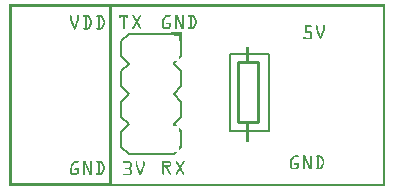
<source format=gto>
G04 MADE WITH FRITZING*
G04 WWW.FRITZING.ORG*
G04 DOUBLE SIDED*
G04 HOLES PLATED*
G04 CONTOUR ON CENTER OF CONTOUR VECTOR*
%ASAXBY*%
%FSLAX23Y23*%
%MOIN*%
%OFA0B0*%
%SFA1.0B1.0*%
%ADD10C,0.008000*%
%ADD11C,0.008051*%
%ADD12C,0.010000*%
%ADD13R,0.001000X0.001000*%
%LNSILK1*%
G90*
G70*
G54D10*
X734Y443D02*
X864Y443D01*
D02*
X864Y443D02*
X864Y185D01*
D02*
X864Y185D02*
X734Y185D01*
D02*
X734Y185D02*
X734Y443D01*
G54D11*
D02*
X398Y510D02*
X373Y485D01*
D02*
X373Y434D02*
X398Y409D01*
D02*
X398Y409D02*
X373Y384D01*
D02*
X373Y334D02*
X398Y308D01*
D02*
X398Y308D02*
X373Y283D01*
D02*
X373Y233D02*
X398Y208D01*
D02*
X398Y510D02*
X548Y510D01*
D02*
X573Y485D02*
X573Y434D01*
D02*
X548Y409D02*
X573Y384D01*
D02*
X573Y384D02*
X573Y334D01*
D02*
X573Y334D02*
X548Y308D01*
D02*
X548Y308D02*
X573Y283D01*
D02*
X573Y283D02*
X573Y233D01*
D02*
X573Y233D02*
X548Y208D01*
D02*
X373Y283D02*
X373Y233D01*
D02*
X373Y384D02*
X373Y334D01*
D02*
X373Y485D02*
X373Y434D01*
D02*
X373Y132D02*
X398Y107D01*
D02*
X573Y183D02*
X573Y132D01*
D02*
X548Y107D02*
X398Y107D01*
D02*
X373Y183D02*
X373Y132D01*
D02*
X398Y208D02*
X373Y183D01*
G54D12*
D02*
X762Y215D02*
X762Y415D01*
D02*
X762Y415D02*
X828Y415D01*
D02*
X828Y415D02*
X828Y215D01*
D02*
X828Y215D02*
X762Y215D01*
G54D13*
X0Y607D02*
X1251Y607D01*
X0Y606D02*
X1251Y606D01*
X0Y605D02*
X1251Y605D01*
X0Y604D02*
X1251Y604D01*
X0Y603D02*
X1251Y603D01*
X0Y602D02*
X1251Y602D01*
X0Y601D02*
X1251Y601D01*
X0Y600D02*
X1251Y600D01*
X0Y599D02*
X7Y599D01*
X332Y599D02*
X341Y599D01*
X1244Y599D02*
X1251Y599D01*
X0Y598D02*
X7Y598D01*
X332Y598D02*
X341Y598D01*
X1244Y598D02*
X1251Y598D01*
X0Y597D02*
X7Y597D01*
X332Y597D02*
X341Y597D01*
X1244Y597D02*
X1251Y597D01*
X0Y596D02*
X7Y596D01*
X332Y596D02*
X341Y596D01*
X1244Y596D02*
X1251Y596D01*
X0Y595D02*
X7Y595D01*
X332Y595D02*
X341Y595D01*
X1244Y595D02*
X1251Y595D01*
X0Y594D02*
X7Y594D01*
X332Y594D02*
X341Y594D01*
X1244Y594D02*
X1251Y594D01*
X0Y593D02*
X7Y593D01*
X332Y593D02*
X341Y593D01*
X1244Y593D02*
X1251Y593D01*
X0Y592D02*
X7Y592D01*
X332Y592D02*
X341Y592D01*
X1244Y592D02*
X1251Y592D01*
X0Y591D02*
X7Y591D01*
X332Y591D02*
X341Y591D01*
X1244Y591D02*
X1251Y591D01*
X0Y590D02*
X7Y590D01*
X332Y590D02*
X341Y590D01*
X1244Y590D02*
X1251Y590D01*
X0Y589D02*
X7Y589D01*
X332Y589D02*
X341Y589D01*
X1244Y589D02*
X1251Y589D01*
X0Y588D02*
X7Y588D01*
X332Y588D02*
X341Y588D01*
X1244Y588D02*
X1251Y588D01*
X0Y587D02*
X7Y587D01*
X332Y587D02*
X341Y587D01*
X1244Y587D02*
X1251Y587D01*
X0Y586D02*
X7Y586D01*
X332Y586D02*
X341Y586D01*
X1244Y586D02*
X1251Y586D01*
X0Y585D02*
X7Y585D01*
X332Y585D02*
X341Y585D01*
X1244Y585D02*
X1251Y585D01*
X0Y584D02*
X7Y584D01*
X332Y584D02*
X341Y584D01*
X1244Y584D02*
X1251Y584D01*
X0Y583D02*
X7Y583D01*
X332Y583D02*
X341Y583D01*
X1244Y583D02*
X1251Y583D01*
X0Y582D02*
X7Y582D01*
X332Y582D02*
X341Y582D01*
X1244Y582D02*
X1251Y582D01*
X0Y581D02*
X7Y581D01*
X332Y581D02*
X341Y581D01*
X1244Y581D02*
X1251Y581D01*
X0Y580D02*
X7Y580D01*
X332Y580D02*
X341Y580D01*
X1244Y580D02*
X1251Y580D01*
X0Y579D02*
X7Y579D01*
X332Y579D02*
X341Y579D01*
X1244Y579D02*
X1251Y579D01*
X0Y578D02*
X7Y578D01*
X332Y578D02*
X341Y578D01*
X1244Y578D02*
X1251Y578D01*
X0Y577D02*
X7Y577D01*
X332Y577D02*
X341Y577D01*
X1244Y577D02*
X1251Y577D01*
X0Y576D02*
X7Y576D01*
X332Y576D02*
X341Y576D01*
X1244Y576D02*
X1251Y576D01*
X0Y575D02*
X7Y575D01*
X332Y575D02*
X341Y575D01*
X1244Y575D02*
X1251Y575D01*
X0Y574D02*
X7Y574D01*
X332Y574D02*
X341Y574D01*
X1244Y574D02*
X1251Y574D01*
X0Y573D02*
X7Y573D01*
X332Y573D02*
X341Y573D01*
X1244Y573D02*
X1251Y573D01*
X0Y572D02*
X7Y572D01*
X332Y572D02*
X341Y572D01*
X366Y572D02*
X395Y572D01*
X412Y572D02*
X413Y572D01*
X436Y572D02*
X437Y572D01*
X524Y572D02*
X536Y572D01*
X552Y572D02*
X559Y572D01*
X578Y572D02*
X579Y572D01*
X598Y572D02*
X611Y572D01*
X1244Y572D02*
X1251Y572D01*
X0Y571D02*
X7Y571D01*
X332Y571D02*
X341Y571D01*
X366Y571D02*
X395Y571D01*
X410Y571D02*
X414Y571D01*
X434Y571D02*
X438Y571D01*
X522Y571D02*
X537Y571D01*
X552Y571D02*
X560Y571D01*
X577Y571D02*
X581Y571D01*
X596Y571D02*
X614Y571D01*
X1244Y571D02*
X1251Y571D01*
X0Y570D02*
X7Y570D01*
X203Y570D02*
X206Y570D01*
X227Y570D02*
X230Y570D01*
X247Y570D02*
X263Y570D01*
X291Y570D02*
X307Y570D01*
X332Y570D02*
X341Y570D01*
X366Y570D02*
X395Y570D01*
X410Y570D02*
X415Y570D01*
X434Y570D02*
X439Y570D01*
X520Y570D02*
X537Y570D01*
X552Y570D02*
X560Y570D01*
X576Y570D02*
X581Y570D01*
X596Y570D02*
X615Y570D01*
X1244Y570D02*
X1251Y570D01*
X0Y569D02*
X7Y569D01*
X203Y569D02*
X207Y569D01*
X227Y569D02*
X231Y569D01*
X246Y569D02*
X265Y569D01*
X290Y569D02*
X308Y569D01*
X332Y569D02*
X341Y569D01*
X366Y569D02*
X395Y569D01*
X410Y569D02*
X416Y569D01*
X433Y569D02*
X439Y569D01*
X519Y569D02*
X537Y569D01*
X552Y569D02*
X561Y569D01*
X576Y569D02*
X581Y569D01*
X596Y569D02*
X616Y569D01*
X1244Y569D02*
X1251Y569D01*
X0Y568D02*
X7Y568D01*
X202Y568D02*
X207Y568D01*
X226Y568D02*
X231Y568D01*
X246Y568D02*
X266Y568D01*
X290Y568D02*
X310Y568D01*
X332Y568D02*
X341Y568D01*
X366Y568D02*
X395Y568D01*
X410Y568D02*
X416Y568D01*
X433Y568D02*
X439Y568D01*
X518Y568D02*
X537Y568D01*
X552Y568D02*
X561Y568D01*
X576Y568D02*
X581Y568D01*
X596Y568D02*
X617Y568D01*
X1244Y568D02*
X1251Y568D01*
X0Y567D02*
X7Y567D01*
X202Y567D02*
X207Y567D01*
X226Y567D02*
X231Y567D01*
X246Y567D02*
X267Y567D01*
X290Y567D02*
X310Y567D01*
X332Y567D02*
X341Y567D01*
X366Y567D02*
X395Y567D01*
X411Y567D02*
X417Y567D01*
X432Y567D02*
X438Y567D01*
X518Y567D02*
X536Y567D01*
X552Y567D02*
X561Y567D01*
X576Y567D02*
X581Y567D01*
X597Y567D02*
X617Y567D01*
X1244Y567D02*
X1251Y567D01*
X0Y566D02*
X7Y566D01*
X202Y566D02*
X207Y566D01*
X226Y566D02*
X231Y566D01*
X247Y566D02*
X267Y566D01*
X290Y566D02*
X311Y566D01*
X332Y566D02*
X341Y566D01*
X366Y566D02*
X371Y566D01*
X378Y566D02*
X383Y566D01*
X390Y566D02*
X395Y566D01*
X411Y566D02*
X417Y566D01*
X431Y566D02*
X438Y566D01*
X517Y566D02*
X524Y566D01*
X552Y566D02*
X562Y566D01*
X576Y566D02*
X581Y566D01*
X602Y566D02*
X607Y566D01*
X611Y566D02*
X618Y566D01*
X1244Y566D02*
X1251Y566D01*
X0Y565D02*
X7Y565D01*
X202Y565D02*
X207Y565D01*
X226Y565D02*
X231Y565D01*
X248Y565D02*
X268Y565D01*
X292Y565D02*
X312Y565D01*
X332Y565D02*
X341Y565D01*
X366Y565D02*
X371Y565D01*
X378Y565D02*
X383Y565D01*
X390Y565D02*
X395Y565D01*
X412Y565D02*
X418Y565D01*
X431Y565D02*
X437Y565D01*
X516Y565D02*
X523Y565D01*
X552Y565D02*
X562Y565D01*
X576Y565D02*
X581Y565D01*
X602Y565D02*
X607Y565D01*
X612Y565D02*
X618Y565D01*
X1244Y565D02*
X1251Y565D01*
X0Y564D02*
X7Y564D01*
X202Y564D02*
X207Y564D01*
X226Y564D02*
X231Y564D01*
X252Y564D02*
X257Y564D01*
X262Y564D02*
X268Y564D01*
X296Y564D02*
X301Y564D01*
X306Y564D02*
X312Y564D01*
X332Y564D02*
X341Y564D01*
X366Y564D02*
X371Y564D01*
X378Y564D02*
X383Y564D01*
X390Y564D02*
X395Y564D01*
X412Y564D02*
X419Y564D01*
X430Y564D02*
X436Y564D01*
X515Y564D02*
X522Y564D01*
X552Y564D02*
X563Y564D01*
X576Y564D02*
X581Y564D01*
X602Y564D02*
X607Y564D01*
X613Y564D02*
X619Y564D01*
X1244Y564D02*
X1251Y564D01*
X0Y563D02*
X7Y563D01*
X202Y563D02*
X207Y563D01*
X226Y563D02*
X231Y563D01*
X252Y563D02*
X257Y563D01*
X263Y563D02*
X269Y563D01*
X296Y563D02*
X301Y563D01*
X307Y563D02*
X313Y563D01*
X332Y563D02*
X341Y563D01*
X366Y563D02*
X371Y563D01*
X378Y563D02*
X383Y563D01*
X390Y563D02*
X395Y563D01*
X413Y563D02*
X419Y563D01*
X430Y563D02*
X436Y563D01*
X515Y563D02*
X521Y563D01*
X552Y563D02*
X563Y563D01*
X576Y563D02*
X581Y563D01*
X602Y563D02*
X607Y563D01*
X614Y563D02*
X619Y563D01*
X1244Y563D02*
X1251Y563D01*
X0Y562D02*
X7Y562D01*
X202Y562D02*
X207Y562D01*
X226Y562D02*
X231Y562D01*
X252Y562D02*
X257Y562D01*
X264Y562D02*
X269Y562D01*
X296Y562D02*
X301Y562D01*
X307Y562D02*
X313Y562D01*
X332Y562D02*
X341Y562D01*
X367Y562D02*
X370Y562D01*
X378Y562D02*
X383Y562D01*
X391Y562D02*
X394Y562D01*
X414Y562D02*
X420Y562D01*
X429Y562D02*
X435Y562D01*
X514Y562D02*
X521Y562D01*
X552Y562D02*
X564Y562D01*
X576Y562D02*
X581Y562D01*
X602Y562D02*
X607Y562D01*
X614Y562D02*
X620Y562D01*
X1244Y562D02*
X1251Y562D01*
X0Y561D02*
X7Y561D01*
X202Y561D02*
X207Y561D01*
X226Y561D02*
X231Y561D01*
X252Y561D02*
X257Y561D01*
X264Y561D02*
X270Y561D01*
X296Y561D02*
X301Y561D01*
X308Y561D02*
X314Y561D01*
X332Y561D02*
X341Y561D01*
X378Y561D02*
X383Y561D01*
X414Y561D02*
X420Y561D01*
X429Y561D02*
X435Y561D01*
X513Y561D02*
X520Y561D01*
X552Y561D02*
X564Y561D01*
X576Y561D02*
X581Y561D01*
X602Y561D02*
X607Y561D01*
X615Y561D02*
X620Y561D01*
X1244Y561D02*
X1251Y561D01*
X0Y560D02*
X7Y560D01*
X202Y560D02*
X207Y560D01*
X226Y560D02*
X231Y560D01*
X252Y560D02*
X257Y560D01*
X265Y560D02*
X270Y560D01*
X296Y560D02*
X301Y560D01*
X308Y560D02*
X314Y560D01*
X332Y560D02*
X341Y560D01*
X378Y560D02*
X383Y560D01*
X415Y560D02*
X421Y560D01*
X428Y560D02*
X434Y560D01*
X512Y560D02*
X519Y560D01*
X552Y560D02*
X557Y560D01*
X559Y560D02*
X565Y560D01*
X576Y560D02*
X581Y560D01*
X602Y560D02*
X607Y560D01*
X615Y560D02*
X621Y560D01*
X1244Y560D02*
X1251Y560D01*
X0Y559D02*
X7Y559D01*
X202Y559D02*
X207Y559D01*
X226Y559D02*
X231Y559D01*
X252Y559D02*
X257Y559D01*
X265Y559D02*
X271Y559D01*
X296Y559D02*
X301Y559D01*
X309Y559D02*
X315Y559D01*
X332Y559D02*
X341Y559D01*
X378Y559D02*
X383Y559D01*
X415Y559D02*
X422Y559D01*
X427Y559D02*
X433Y559D01*
X511Y559D02*
X518Y559D01*
X552Y559D02*
X557Y559D01*
X559Y559D02*
X565Y559D01*
X576Y559D02*
X581Y559D01*
X602Y559D02*
X607Y559D01*
X616Y559D02*
X621Y559D01*
X1244Y559D02*
X1251Y559D01*
X0Y558D02*
X7Y558D01*
X202Y558D02*
X208Y558D01*
X226Y558D02*
X231Y558D01*
X252Y558D02*
X257Y558D01*
X266Y558D02*
X271Y558D01*
X296Y558D02*
X301Y558D01*
X309Y558D02*
X315Y558D01*
X332Y558D02*
X341Y558D01*
X378Y558D02*
X383Y558D01*
X416Y558D02*
X422Y558D01*
X427Y558D02*
X433Y558D01*
X511Y558D02*
X517Y558D01*
X552Y558D02*
X557Y558D01*
X560Y558D02*
X565Y558D01*
X576Y558D02*
X581Y558D01*
X602Y558D02*
X607Y558D01*
X616Y558D02*
X622Y558D01*
X1244Y558D02*
X1251Y558D01*
X0Y557D02*
X7Y557D01*
X202Y557D02*
X208Y557D01*
X226Y557D02*
X231Y557D01*
X252Y557D02*
X257Y557D01*
X266Y557D02*
X272Y557D01*
X296Y557D02*
X301Y557D01*
X310Y557D02*
X316Y557D01*
X332Y557D02*
X341Y557D01*
X378Y557D02*
X383Y557D01*
X417Y557D02*
X423Y557D01*
X426Y557D02*
X432Y557D01*
X510Y557D02*
X517Y557D01*
X552Y557D02*
X557Y557D01*
X560Y557D02*
X566Y557D01*
X576Y557D02*
X581Y557D01*
X602Y557D02*
X607Y557D01*
X617Y557D02*
X622Y557D01*
X1244Y557D02*
X1251Y557D01*
X0Y556D02*
X7Y556D01*
X203Y556D02*
X208Y556D01*
X226Y556D02*
X231Y556D01*
X252Y556D02*
X257Y556D01*
X267Y556D02*
X272Y556D01*
X296Y556D02*
X301Y556D01*
X310Y556D02*
X316Y556D01*
X332Y556D02*
X341Y556D01*
X378Y556D02*
X383Y556D01*
X417Y556D02*
X423Y556D01*
X426Y556D02*
X432Y556D01*
X510Y556D02*
X516Y556D01*
X552Y556D02*
X557Y556D01*
X561Y556D02*
X566Y556D01*
X576Y556D02*
X581Y556D01*
X602Y556D02*
X607Y556D01*
X617Y556D02*
X623Y556D01*
X1244Y556D02*
X1251Y556D01*
X0Y555D02*
X7Y555D01*
X203Y555D02*
X209Y555D01*
X225Y555D02*
X231Y555D01*
X252Y555D02*
X257Y555D01*
X267Y555D02*
X273Y555D01*
X296Y555D02*
X301Y555D01*
X311Y555D02*
X317Y555D01*
X332Y555D02*
X341Y555D01*
X378Y555D02*
X383Y555D01*
X418Y555D02*
X431Y555D01*
X509Y555D02*
X515Y555D01*
X552Y555D02*
X557Y555D01*
X561Y555D02*
X567Y555D01*
X576Y555D02*
X581Y555D01*
X602Y555D02*
X607Y555D01*
X618Y555D02*
X623Y555D01*
X1244Y555D02*
X1251Y555D01*
X0Y554D02*
X7Y554D01*
X203Y554D02*
X209Y554D01*
X225Y554D02*
X230Y554D01*
X252Y554D02*
X257Y554D01*
X268Y554D02*
X273Y554D01*
X296Y554D02*
X301Y554D01*
X311Y554D02*
X317Y554D01*
X332Y554D02*
X341Y554D01*
X378Y554D02*
X383Y554D01*
X418Y554D02*
X431Y554D01*
X509Y554D02*
X514Y554D01*
X552Y554D02*
X557Y554D01*
X561Y554D02*
X567Y554D01*
X576Y554D02*
X581Y554D01*
X602Y554D02*
X607Y554D01*
X618Y554D02*
X624Y554D01*
X1244Y554D02*
X1251Y554D01*
X0Y553D02*
X7Y553D01*
X204Y553D02*
X209Y553D01*
X224Y553D02*
X230Y553D01*
X252Y553D02*
X257Y553D01*
X268Y553D02*
X274Y553D01*
X296Y553D02*
X301Y553D01*
X312Y553D02*
X318Y553D01*
X332Y553D02*
X341Y553D01*
X378Y553D02*
X383Y553D01*
X419Y553D02*
X430Y553D01*
X509Y553D02*
X514Y553D01*
X552Y553D02*
X557Y553D01*
X562Y553D02*
X568Y553D01*
X576Y553D02*
X581Y553D01*
X602Y553D02*
X607Y553D01*
X619Y553D02*
X624Y553D01*
X1244Y553D02*
X1251Y553D01*
X0Y552D02*
X7Y552D01*
X204Y552D02*
X210Y552D01*
X224Y552D02*
X230Y552D01*
X252Y552D02*
X257Y552D01*
X269Y552D02*
X274Y552D01*
X296Y552D02*
X301Y552D01*
X312Y552D02*
X318Y552D01*
X332Y552D02*
X341Y552D01*
X378Y552D02*
X383Y552D01*
X419Y552D02*
X429Y552D01*
X508Y552D02*
X514Y552D01*
X552Y552D02*
X557Y552D01*
X562Y552D02*
X568Y552D01*
X576Y552D02*
X581Y552D01*
X602Y552D02*
X607Y552D01*
X619Y552D02*
X625Y552D01*
X1244Y552D02*
X1251Y552D01*
X0Y551D02*
X7Y551D01*
X205Y551D02*
X210Y551D01*
X224Y551D02*
X229Y551D01*
X252Y551D02*
X257Y551D01*
X269Y551D02*
X275Y551D01*
X296Y551D02*
X301Y551D01*
X313Y551D02*
X318Y551D01*
X332Y551D02*
X341Y551D01*
X378Y551D02*
X383Y551D01*
X420Y551D02*
X429Y551D01*
X508Y551D02*
X513Y551D01*
X552Y551D02*
X557Y551D01*
X563Y551D02*
X568Y551D01*
X576Y551D02*
X581Y551D01*
X602Y551D02*
X607Y551D01*
X619Y551D02*
X625Y551D01*
X1244Y551D02*
X1251Y551D01*
X0Y550D02*
X7Y550D01*
X205Y550D02*
X211Y550D01*
X223Y550D02*
X229Y550D01*
X252Y550D02*
X257Y550D01*
X270Y550D02*
X275Y550D01*
X296Y550D02*
X301Y550D01*
X313Y550D02*
X319Y550D01*
X332Y550D02*
X341Y550D01*
X378Y550D02*
X383Y550D01*
X421Y550D02*
X428Y550D01*
X508Y550D02*
X513Y550D01*
X552Y550D02*
X557Y550D01*
X563Y550D02*
X569Y550D01*
X576Y550D02*
X581Y550D01*
X602Y550D02*
X607Y550D01*
X620Y550D02*
X625Y550D01*
X1244Y550D02*
X1251Y550D01*
X0Y549D02*
X7Y549D01*
X205Y549D02*
X211Y549D01*
X223Y549D02*
X228Y549D01*
X252Y549D02*
X257Y549D01*
X270Y549D02*
X275Y549D01*
X296Y549D02*
X301Y549D01*
X314Y549D02*
X319Y549D01*
X332Y549D02*
X341Y549D01*
X378Y549D02*
X383Y549D01*
X421Y549D02*
X428Y549D01*
X508Y549D02*
X513Y549D01*
X552Y549D02*
X557Y549D01*
X564Y549D02*
X569Y549D01*
X576Y549D02*
X581Y549D01*
X602Y549D02*
X607Y549D01*
X620Y549D02*
X625Y549D01*
X1244Y549D02*
X1251Y549D01*
X0Y548D02*
X7Y548D01*
X206Y548D02*
X211Y548D01*
X222Y548D02*
X228Y548D01*
X252Y548D02*
X257Y548D01*
X270Y548D02*
X275Y548D01*
X296Y548D02*
X301Y548D01*
X314Y548D02*
X319Y548D01*
X332Y548D02*
X341Y548D01*
X378Y548D02*
X383Y548D01*
X421Y548D02*
X428Y548D01*
X508Y548D02*
X513Y548D01*
X552Y548D02*
X557Y548D01*
X564Y548D02*
X570Y548D01*
X576Y548D02*
X581Y548D01*
X602Y548D02*
X607Y548D01*
X620Y548D02*
X625Y548D01*
X1244Y548D02*
X1251Y548D01*
X0Y547D02*
X7Y547D01*
X206Y547D02*
X212Y547D01*
X222Y547D02*
X228Y547D01*
X252Y547D02*
X257Y547D01*
X270Y547D02*
X275Y547D01*
X296Y547D02*
X301Y547D01*
X314Y547D02*
X319Y547D01*
X332Y547D02*
X341Y547D01*
X378Y547D02*
X383Y547D01*
X420Y547D02*
X428Y547D01*
X508Y547D02*
X513Y547D01*
X552Y547D02*
X557Y547D01*
X564Y547D02*
X570Y547D01*
X576Y547D02*
X581Y547D01*
X602Y547D02*
X607Y547D01*
X620Y547D02*
X625Y547D01*
X1244Y547D02*
X1251Y547D01*
X0Y546D02*
X7Y546D01*
X207Y546D02*
X212Y546D01*
X222Y546D02*
X227Y546D01*
X252Y546D02*
X257Y546D01*
X270Y546D02*
X275Y546D01*
X296Y546D02*
X301Y546D01*
X314Y546D02*
X319Y546D01*
X332Y546D02*
X341Y546D01*
X378Y546D02*
X383Y546D01*
X420Y546D02*
X429Y546D01*
X508Y546D02*
X513Y546D01*
X525Y546D02*
X537Y546D01*
X552Y546D02*
X557Y546D01*
X565Y546D02*
X571Y546D01*
X576Y546D02*
X581Y546D01*
X602Y546D02*
X607Y546D01*
X619Y546D02*
X625Y546D01*
X1244Y546D02*
X1251Y546D01*
X0Y545D02*
X7Y545D01*
X207Y545D02*
X213Y545D01*
X221Y545D02*
X227Y545D01*
X252Y545D02*
X257Y545D01*
X270Y545D02*
X275Y545D01*
X296Y545D02*
X301Y545D01*
X313Y545D02*
X319Y545D01*
X332Y545D02*
X341Y545D01*
X378Y545D02*
X383Y545D01*
X419Y545D02*
X430Y545D01*
X508Y545D02*
X513Y545D01*
X524Y545D02*
X537Y545D01*
X552Y545D02*
X557Y545D01*
X565Y545D02*
X571Y545D01*
X576Y545D02*
X581Y545D01*
X602Y545D02*
X607Y545D01*
X619Y545D02*
X624Y545D01*
X1244Y545D02*
X1251Y545D01*
X0Y544D02*
X7Y544D01*
X207Y544D02*
X213Y544D01*
X221Y544D02*
X226Y544D01*
X252Y544D02*
X257Y544D01*
X269Y544D02*
X275Y544D01*
X296Y544D02*
X301Y544D01*
X313Y544D02*
X319Y544D01*
X332Y544D02*
X341Y544D01*
X378Y544D02*
X383Y544D01*
X419Y544D02*
X430Y544D01*
X508Y544D02*
X513Y544D01*
X523Y544D02*
X537Y544D01*
X552Y544D02*
X557Y544D01*
X566Y544D02*
X572Y544D01*
X576Y544D02*
X581Y544D01*
X602Y544D02*
X607Y544D01*
X618Y544D02*
X624Y544D01*
X1244Y544D02*
X1251Y544D01*
X0Y543D02*
X7Y543D01*
X208Y543D02*
X213Y543D01*
X220Y543D02*
X226Y543D01*
X252Y543D02*
X257Y543D01*
X269Y543D02*
X274Y543D01*
X296Y543D02*
X301Y543D01*
X313Y543D02*
X318Y543D01*
X332Y543D02*
X341Y543D01*
X378Y543D02*
X383Y543D01*
X418Y543D02*
X431Y543D01*
X508Y543D02*
X513Y543D01*
X523Y543D02*
X537Y543D01*
X552Y543D02*
X557Y543D01*
X566Y543D02*
X572Y543D01*
X576Y543D02*
X581Y543D01*
X602Y543D02*
X607Y543D01*
X618Y543D02*
X624Y543D01*
X1244Y543D02*
X1251Y543D01*
X0Y542D02*
X7Y542D01*
X208Y542D02*
X214Y542D01*
X220Y542D02*
X226Y542D01*
X252Y542D02*
X257Y542D01*
X268Y542D02*
X274Y542D01*
X296Y542D02*
X301Y542D01*
X312Y542D02*
X318Y542D01*
X332Y542D02*
X341Y542D01*
X378Y542D02*
X383Y542D01*
X417Y542D02*
X431Y542D01*
X508Y542D02*
X513Y542D01*
X524Y542D02*
X537Y542D01*
X552Y542D02*
X557Y542D01*
X567Y542D02*
X572Y542D01*
X576Y542D02*
X581Y542D01*
X602Y542D02*
X607Y542D01*
X617Y542D02*
X623Y542D01*
X1244Y542D02*
X1251Y542D01*
X0Y541D02*
X7Y541D01*
X208Y541D02*
X214Y541D01*
X220Y541D02*
X225Y541D01*
X252Y541D02*
X257Y541D01*
X268Y541D02*
X274Y541D01*
X296Y541D02*
X301Y541D01*
X312Y541D02*
X317Y541D01*
X332Y541D02*
X341Y541D01*
X378Y541D02*
X383Y541D01*
X417Y541D02*
X423Y541D01*
X426Y541D02*
X432Y541D01*
X508Y541D02*
X513Y541D01*
X525Y541D02*
X537Y541D01*
X552Y541D02*
X557Y541D01*
X567Y541D02*
X573Y541D01*
X576Y541D02*
X581Y541D01*
X602Y541D02*
X607Y541D01*
X617Y541D02*
X623Y541D01*
X1244Y541D02*
X1251Y541D01*
X0Y540D02*
X7Y540D01*
X209Y540D02*
X214Y540D01*
X219Y540D02*
X225Y540D01*
X252Y540D02*
X257Y540D01*
X267Y540D02*
X273Y540D01*
X296Y540D02*
X301Y540D01*
X311Y540D02*
X317Y540D01*
X332Y540D02*
X341Y540D01*
X378Y540D02*
X383Y540D01*
X416Y540D02*
X422Y540D01*
X426Y540D02*
X433Y540D01*
X508Y540D02*
X513Y540D01*
X532Y540D02*
X537Y540D01*
X552Y540D02*
X557Y540D01*
X568Y540D02*
X573Y540D01*
X576Y540D02*
X581Y540D01*
X602Y540D02*
X607Y540D01*
X616Y540D02*
X622Y540D01*
X1244Y540D02*
X1251Y540D01*
X0Y539D02*
X7Y539D01*
X209Y539D02*
X215Y539D01*
X219Y539D02*
X225Y539D01*
X252Y539D02*
X257Y539D01*
X267Y539D02*
X273Y539D01*
X296Y539D02*
X301Y539D01*
X311Y539D02*
X317Y539D01*
X332Y539D02*
X341Y539D01*
X378Y539D02*
X383Y539D01*
X416Y539D02*
X422Y539D01*
X427Y539D02*
X433Y539D01*
X508Y539D02*
X513Y539D01*
X532Y539D02*
X537Y539D01*
X552Y539D02*
X557Y539D01*
X568Y539D02*
X574Y539D01*
X576Y539D02*
X581Y539D01*
X602Y539D02*
X607Y539D01*
X616Y539D02*
X622Y539D01*
X1244Y539D02*
X1251Y539D01*
X0Y538D02*
X7Y538D01*
X210Y538D02*
X215Y538D01*
X219Y538D02*
X224Y538D01*
X252Y538D02*
X257Y538D01*
X266Y538D02*
X272Y538D01*
X296Y538D02*
X301Y538D01*
X310Y538D02*
X316Y538D01*
X332Y538D02*
X341Y538D01*
X378Y538D02*
X383Y538D01*
X415Y538D02*
X421Y538D01*
X428Y538D02*
X434Y538D01*
X508Y538D02*
X513Y538D01*
X532Y538D02*
X537Y538D01*
X552Y538D02*
X557Y538D01*
X568Y538D02*
X574Y538D01*
X576Y538D02*
X581Y538D01*
X602Y538D02*
X607Y538D01*
X615Y538D02*
X621Y538D01*
X1244Y538D02*
X1251Y538D01*
X0Y537D02*
X7Y537D01*
X210Y537D02*
X216Y537D01*
X218Y537D02*
X224Y537D01*
X252Y537D02*
X257Y537D01*
X266Y537D02*
X272Y537D01*
X296Y537D02*
X301Y537D01*
X310Y537D02*
X316Y537D01*
X332Y537D02*
X341Y537D01*
X378Y537D02*
X383Y537D01*
X414Y537D02*
X421Y537D01*
X428Y537D02*
X434Y537D01*
X508Y537D02*
X513Y537D01*
X532Y537D02*
X537Y537D01*
X552Y537D02*
X557Y537D01*
X569Y537D02*
X581Y537D01*
X602Y537D02*
X607Y537D01*
X615Y537D02*
X621Y537D01*
X985Y537D02*
X1006Y537D01*
X1023Y537D02*
X1026Y537D01*
X1047Y537D02*
X1050Y537D01*
X1244Y537D02*
X1251Y537D01*
X0Y536D02*
X7Y536D01*
X210Y536D02*
X216Y536D01*
X218Y536D02*
X223Y536D01*
X252Y536D02*
X257Y536D01*
X265Y536D02*
X271Y536D01*
X296Y536D02*
X301Y536D01*
X309Y536D02*
X315Y536D01*
X332Y536D02*
X341Y536D01*
X378Y536D02*
X383Y536D01*
X414Y536D02*
X420Y536D01*
X429Y536D02*
X435Y536D01*
X508Y536D02*
X513Y536D01*
X532Y536D02*
X537Y536D01*
X552Y536D02*
X557Y536D01*
X569Y536D02*
X581Y536D01*
X602Y536D02*
X607Y536D01*
X614Y536D02*
X620Y536D01*
X985Y536D02*
X1007Y536D01*
X1023Y536D02*
X1027Y536D01*
X1046Y536D02*
X1051Y536D01*
X1244Y536D02*
X1251Y536D01*
X0Y535D02*
X7Y535D01*
X211Y535D02*
X223Y535D01*
X252Y535D02*
X257Y535D01*
X265Y535D02*
X271Y535D01*
X296Y535D02*
X301Y535D01*
X309Y535D02*
X315Y535D01*
X332Y535D02*
X341Y535D01*
X378Y535D02*
X383Y535D01*
X413Y535D02*
X419Y535D01*
X429Y535D02*
X436Y535D01*
X508Y535D02*
X513Y535D01*
X532Y535D02*
X537Y535D01*
X552Y535D02*
X557Y535D01*
X570Y535D02*
X581Y535D01*
X602Y535D02*
X607Y535D01*
X614Y535D02*
X620Y535D01*
X985Y535D02*
X1008Y535D01*
X1022Y535D02*
X1027Y535D01*
X1046Y535D02*
X1051Y535D01*
X1244Y535D02*
X1251Y535D01*
X0Y534D02*
X7Y534D01*
X211Y534D02*
X223Y534D01*
X252Y534D02*
X257Y534D01*
X264Y534D02*
X270Y534D01*
X296Y534D02*
X301Y534D01*
X308Y534D02*
X314Y534D01*
X332Y534D02*
X341Y534D01*
X378Y534D02*
X383Y534D01*
X413Y534D02*
X419Y534D01*
X430Y534D02*
X436Y534D01*
X508Y534D02*
X513Y534D01*
X532Y534D02*
X537Y534D01*
X552Y534D02*
X557Y534D01*
X570Y534D02*
X581Y534D01*
X602Y534D02*
X607Y534D01*
X613Y534D02*
X619Y534D01*
X985Y534D02*
X1008Y534D01*
X1022Y534D02*
X1027Y534D01*
X1046Y534D02*
X1051Y534D01*
X1244Y534D02*
X1251Y534D01*
X0Y533D02*
X7Y533D01*
X212Y533D02*
X222Y533D01*
X252Y533D02*
X257Y533D01*
X264Y533D02*
X270Y533D01*
X296Y533D02*
X301Y533D01*
X308Y533D02*
X314Y533D01*
X332Y533D02*
X341Y533D01*
X378Y533D02*
X383Y533D01*
X412Y533D02*
X418Y533D01*
X431Y533D02*
X437Y533D01*
X508Y533D02*
X514Y533D01*
X532Y533D02*
X537Y533D01*
X552Y533D02*
X557Y533D01*
X571Y533D02*
X581Y533D01*
X602Y533D02*
X607Y533D01*
X613Y533D02*
X619Y533D01*
X985Y533D02*
X1007Y533D01*
X1022Y533D02*
X1027Y533D01*
X1046Y533D02*
X1051Y533D01*
X1244Y533D02*
X1251Y533D01*
X0Y532D02*
X7Y532D01*
X212Y532D02*
X222Y532D01*
X252Y532D02*
X257Y532D01*
X263Y532D02*
X269Y532D01*
X296Y532D02*
X301Y532D01*
X307Y532D02*
X313Y532D01*
X332Y532D02*
X341Y532D01*
X378Y532D02*
X383Y532D01*
X412Y532D02*
X418Y532D01*
X431Y532D02*
X437Y532D01*
X509Y532D02*
X515Y532D01*
X531Y532D02*
X537Y532D01*
X552Y532D02*
X557Y532D01*
X571Y532D02*
X581Y532D01*
X602Y532D02*
X607Y532D01*
X612Y532D02*
X618Y532D01*
X985Y532D02*
X1006Y532D01*
X1022Y532D02*
X1027Y532D01*
X1046Y532D02*
X1051Y532D01*
X1244Y532D02*
X1251Y532D01*
X0Y531D02*
X7Y531D01*
X212Y531D02*
X221Y531D01*
X252Y531D02*
X257Y531D01*
X263Y531D02*
X269Y531D01*
X296Y531D02*
X301Y531D01*
X306Y531D02*
X313Y531D01*
X332Y531D02*
X341Y531D01*
X378Y531D02*
X383Y531D01*
X411Y531D02*
X417Y531D01*
X432Y531D02*
X438Y531D01*
X509Y531D02*
X537Y531D01*
X552Y531D02*
X557Y531D01*
X572Y531D02*
X581Y531D01*
X598Y531D02*
X618Y531D01*
X985Y531D02*
X990Y531D01*
X1022Y531D02*
X1027Y531D01*
X1046Y531D02*
X1051Y531D01*
X1244Y531D02*
X1251Y531D01*
X0Y530D02*
X7Y530D01*
X213Y530D02*
X221Y530D01*
X252Y530D02*
X257Y530D01*
X262Y530D02*
X268Y530D01*
X296Y530D02*
X301Y530D01*
X305Y530D02*
X312Y530D01*
X332Y530D02*
X341Y530D01*
X378Y530D02*
X383Y530D01*
X410Y530D02*
X417Y530D01*
X432Y530D02*
X438Y530D01*
X509Y530D02*
X536Y530D01*
X552Y530D02*
X557Y530D01*
X572Y530D02*
X581Y530D01*
X596Y530D02*
X617Y530D01*
X985Y530D02*
X990Y530D01*
X1022Y530D02*
X1027Y530D01*
X1046Y530D02*
X1051Y530D01*
X1244Y530D02*
X1251Y530D01*
X0Y529D02*
X7Y529D01*
X213Y529D02*
X221Y529D01*
X247Y529D02*
X268Y529D01*
X291Y529D02*
X312Y529D01*
X332Y529D02*
X341Y529D01*
X378Y529D02*
X383Y529D01*
X410Y529D02*
X416Y529D01*
X433Y529D02*
X439Y529D01*
X510Y529D02*
X536Y529D01*
X552Y529D02*
X557Y529D01*
X572Y529D02*
X581Y529D01*
X596Y529D02*
X617Y529D01*
X985Y529D02*
X990Y529D01*
X1022Y529D02*
X1027Y529D01*
X1046Y529D02*
X1051Y529D01*
X1244Y529D02*
X1251Y529D01*
X0Y528D02*
X7Y528D01*
X214Y528D02*
X220Y528D01*
X246Y528D02*
X267Y528D01*
X290Y528D02*
X311Y528D01*
X332Y528D02*
X341Y528D01*
X378Y528D02*
X383Y528D01*
X410Y528D02*
X415Y528D01*
X433Y528D02*
X439Y528D01*
X511Y528D02*
X535Y528D01*
X552Y528D02*
X557Y528D01*
X573Y528D02*
X581Y528D01*
X596Y528D02*
X616Y528D01*
X985Y528D02*
X990Y528D01*
X1022Y528D02*
X1027Y528D01*
X1046Y528D02*
X1051Y528D01*
X1244Y528D02*
X1251Y528D01*
X0Y527D02*
X7Y527D01*
X214Y527D02*
X220Y527D01*
X246Y527D02*
X267Y527D01*
X290Y527D02*
X310Y527D01*
X332Y527D02*
X341Y527D01*
X378Y527D02*
X383Y527D01*
X410Y527D02*
X415Y527D01*
X434Y527D02*
X439Y527D01*
X512Y527D02*
X534Y527D01*
X552Y527D02*
X557Y527D01*
X573Y527D02*
X581Y527D01*
X596Y527D02*
X615Y527D01*
X985Y527D02*
X990Y527D01*
X1022Y527D02*
X1027Y527D01*
X1046Y527D02*
X1051Y527D01*
X1244Y527D02*
X1251Y527D01*
X0Y526D02*
X7Y526D01*
X214Y526D02*
X219Y526D01*
X246Y526D02*
X266Y526D01*
X290Y526D02*
X309Y526D01*
X332Y526D02*
X341Y526D01*
X379Y526D02*
X382Y526D01*
X411Y526D02*
X414Y526D01*
X435Y526D02*
X438Y526D01*
X514Y526D02*
X532Y526D01*
X553Y526D02*
X556Y526D01*
X574Y526D02*
X581Y526D01*
X597Y526D02*
X613Y526D01*
X985Y526D02*
X990Y526D01*
X1022Y526D02*
X1027Y526D01*
X1046Y526D02*
X1051Y526D01*
X1244Y526D02*
X1251Y526D01*
X0Y525D02*
X7Y525D01*
X215Y525D02*
X219Y525D01*
X247Y525D02*
X264Y525D01*
X290Y525D02*
X308Y525D01*
X332Y525D02*
X341Y525D01*
X985Y525D02*
X990Y525D01*
X1022Y525D02*
X1027Y525D01*
X1046Y525D02*
X1051Y525D01*
X1244Y525D02*
X1251Y525D01*
X0Y524D02*
X7Y524D01*
X216Y524D02*
X218Y524D01*
X248Y524D02*
X262Y524D01*
X291Y524D02*
X306Y524D01*
X332Y524D02*
X341Y524D01*
X985Y524D02*
X990Y524D01*
X1022Y524D02*
X1028Y524D01*
X1046Y524D02*
X1051Y524D01*
X1244Y524D02*
X1251Y524D01*
X0Y523D02*
X7Y523D01*
X332Y523D02*
X341Y523D01*
X985Y523D02*
X990Y523D01*
X1022Y523D02*
X1028Y523D01*
X1045Y523D02*
X1051Y523D01*
X1244Y523D02*
X1251Y523D01*
X0Y522D02*
X7Y522D01*
X332Y522D02*
X341Y522D01*
X985Y522D02*
X990Y522D01*
X1023Y522D02*
X1028Y522D01*
X1045Y522D02*
X1050Y522D01*
X1244Y522D02*
X1251Y522D01*
X0Y521D02*
X7Y521D01*
X332Y521D02*
X341Y521D01*
X985Y521D02*
X990Y521D01*
X1023Y521D02*
X1029Y521D01*
X1044Y521D02*
X1050Y521D01*
X1244Y521D02*
X1251Y521D01*
X0Y520D02*
X7Y520D01*
X332Y520D02*
X341Y520D01*
X985Y520D02*
X990Y520D01*
X1024Y520D02*
X1029Y520D01*
X1044Y520D02*
X1050Y520D01*
X1244Y520D02*
X1251Y520D01*
X0Y519D02*
X7Y519D01*
X332Y519D02*
X341Y519D01*
X985Y519D02*
X990Y519D01*
X1024Y519D02*
X1030Y519D01*
X1044Y519D02*
X1049Y519D01*
X1244Y519D02*
X1251Y519D01*
X0Y518D02*
X7Y518D01*
X332Y518D02*
X341Y518D01*
X985Y518D02*
X990Y518D01*
X1024Y518D02*
X1030Y518D01*
X1043Y518D02*
X1049Y518D01*
X1244Y518D02*
X1251Y518D01*
X0Y517D02*
X7Y517D01*
X332Y517D02*
X341Y517D01*
X985Y517D02*
X1003Y517D01*
X1025Y517D02*
X1030Y517D01*
X1043Y517D02*
X1048Y517D01*
X1244Y517D02*
X1251Y517D01*
X0Y516D02*
X7Y516D01*
X332Y516D02*
X341Y516D01*
X985Y516D02*
X1005Y516D01*
X1025Y516D02*
X1031Y516D01*
X1042Y516D02*
X1048Y516D01*
X1244Y516D02*
X1251Y516D01*
X0Y515D02*
X7Y515D01*
X332Y515D02*
X341Y515D01*
X985Y515D02*
X1006Y515D01*
X1026Y515D02*
X1031Y515D01*
X1042Y515D02*
X1048Y515D01*
X1244Y515D02*
X1251Y515D01*
X0Y514D02*
X7Y514D01*
X332Y514D02*
X341Y514D01*
X539Y514D02*
X576Y514D01*
X985Y514D02*
X1007Y514D01*
X1026Y514D02*
X1031Y514D01*
X1042Y514D02*
X1047Y514D01*
X1244Y514D02*
X1251Y514D01*
X0Y513D02*
X7Y513D01*
X332Y513D02*
X341Y513D01*
X540Y513D02*
X576Y513D01*
X985Y513D02*
X1007Y513D01*
X1026Y513D02*
X1032Y513D01*
X1041Y513D02*
X1047Y513D01*
X1244Y513D02*
X1251Y513D01*
X0Y512D02*
X7Y512D01*
X332Y512D02*
X341Y512D01*
X541Y512D02*
X576Y512D01*
X985Y512D02*
X1008Y512D01*
X1027Y512D02*
X1032Y512D01*
X1041Y512D02*
X1046Y512D01*
X1244Y512D02*
X1251Y512D01*
X0Y511D02*
X7Y511D01*
X332Y511D02*
X341Y511D01*
X542Y511D02*
X576Y511D01*
X1002Y511D02*
X1008Y511D01*
X1027Y511D02*
X1033Y511D01*
X1040Y511D02*
X1046Y511D01*
X1244Y511D02*
X1251Y511D01*
X0Y510D02*
X7Y510D01*
X332Y510D02*
X341Y510D01*
X543Y510D02*
X576Y510D01*
X1003Y510D02*
X1008Y510D01*
X1027Y510D02*
X1033Y510D01*
X1040Y510D02*
X1046Y510D01*
X1244Y510D02*
X1251Y510D01*
X0Y509D02*
X7Y509D01*
X332Y509D02*
X341Y509D01*
X544Y509D02*
X576Y509D01*
X1003Y509D02*
X1008Y509D01*
X1028Y509D02*
X1033Y509D01*
X1040Y509D02*
X1045Y509D01*
X1244Y509D02*
X1251Y509D01*
X0Y508D02*
X7Y508D01*
X332Y508D02*
X341Y508D01*
X545Y508D02*
X576Y508D01*
X1003Y508D02*
X1008Y508D01*
X1028Y508D02*
X1034Y508D01*
X1039Y508D02*
X1045Y508D01*
X1244Y508D02*
X1251Y508D01*
X0Y507D02*
X7Y507D01*
X332Y507D02*
X341Y507D01*
X546Y507D02*
X576Y507D01*
X1003Y507D02*
X1008Y507D01*
X1029Y507D02*
X1034Y507D01*
X1039Y507D02*
X1044Y507D01*
X1244Y507D02*
X1251Y507D01*
X0Y506D02*
X7Y506D01*
X332Y506D02*
X341Y506D01*
X547Y506D02*
X576Y506D01*
X1003Y506D02*
X1008Y506D01*
X1029Y506D02*
X1035Y506D01*
X1039Y506D02*
X1044Y506D01*
X1244Y506D02*
X1251Y506D01*
X0Y505D02*
X7Y505D01*
X332Y505D02*
X341Y505D01*
X548Y505D02*
X576Y505D01*
X1003Y505D02*
X1008Y505D01*
X1029Y505D02*
X1035Y505D01*
X1038Y505D02*
X1044Y505D01*
X1244Y505D02*
X1251Y505D01*
X0Y504D02*
X7Y504D01*
X332Y504D02*
X341Y504D01*
X549Y504D02*
X576Y504D01*
X1003Y504D02*
X1008Y504D01*
X1030Y504D02*
X1035Y504D01*
X1038Y504D02*
X1043Y504D01*
X1244Y504D02*
X1251Y504D01*
X0Y503D02*
X7Y503D01*
X332Y503D02*
X341Y503D01*
X550Y503D02*
X576Y503D01*
X1003Y503D02*
X1008Y503D01*
X1030Y503D02*
X1043Y503D01*
X1244Y503D02*
X1251Y503D01*
X0Y502D02*
X7Y502D01*
X332Y502D02*
X341Y502D01*
X565Y502D02*
X576Y502D01*
X1003Y502D02*
X1008Y502D01*
X1031Y502D02*
X1042Y502D01*
X1244Y502D02*
X1251Y502D01*
X0Y501D02*
X7Y501D01*
X332Y501D02*
X341Y501D01*
X565Y501D02*
X576Y501D01*
X1003Y501D02*
X1008Y501D01*
X1031Y501D02*
X1042Y501D01*
X1244Y501D02*
X1251Y501D01*
X0Y500D02*
X7Y500D01*
X332Y500D02*
X341Y500D01*
X565Y500D02*
X576Y500D01*
X1003Y500D02*
X1008Y500D01*
X1031Y500D02*
X1042Y500D01*
X1244Y500D02*
X1251Y500D01*
X0Y499D02*
X7Y499D01*
X332Y499D02*
X341Y499D01*
X565Y499D02*
X576Y499D01*
X980Y499D02*
X982Y499D01*
X1003Y499D02*
X1008Y499D01*
X1032Y499D02*
X1041Y499D01*
X1244Y499D02*
X1251Y499D01*
X0Y498D02*
X7Y498D01*
X332Y498D02*
X341Y498D01*
X565Y498D02*
X576Y498D01*
X979Y498D02*
X985Y498D01*
X1003Y498D02*
X1008Y498D01*
X1032Y498D02*
X1041Y498D01*
X1244Y498D02*
X1251Y498D01*
X0Y497D02*
X7Y497D01*
X332Y497D02*
X341Y497D01*
X565Y497D02*
X576Y497D01*
X979Y497D02*
X987Y497D01*
X1002Y497D02*
X1008Y497D01*
X1033Y497D02*
X1041Y497D01*
X1244Y497D02*
X1251Y497D01*
X0Y496D02*
X7Y496D01*
X332Y496D02*
X341Y496D01*
X565Y496D02*
X576Y496D01*
X979Y496D02*
X1008Y496D01*
X1033Y496D02*
X1040Y496D01*
X1244Y496D02*
X1251Y496D01*
X0Y495D02*
X7Y495D01*
X332Y495D02*
X341Y495D01*
X565Y495D02*
X576Y495D01*
X979Y495D02*
X1007Y495D01*
X1033Y495D02*
X1040Y495D01*
X1244Y495D02*
X1251Y495D01*
X0Y494D02*
X7Y494D01*
X332Y494D02*
X341Y494D01*
X565Y494D02*
X576Y494D01*
X980Y494D02*
X1007Y494D01*
X1034Y494D02*
X1039Y494D01*
X1244Y494D02*
X1251Y494D01*
X0Y493D02*
X7Y493D01*
X332Y493D02*
X341Y493D01*
X565Y493D02*
X576Y493D01*
X982Y493D02*
X1006Y493D01*
X1034Y493D02*
X1039Y493D01*
X1244Y493D02*
X1251Y493D01*
X0Y492D02*
X7Y492D01*
X332Y492D02*
X341Y492D01*
X565Y492D02*
X576Y492D01*
X984Y492D02*
X1005Y492D01*
X1035Y492D02*
X1038Y492D01*
X1244Y492D02*
X1251Y492D01*
X0Y491D02*
X7Y491D01*
X332Y491D02*
X341Y491D01*
X565Y491D02*
X576Y491D01*
X987Y491D02*
X1003Y491D01*
X1036Y491D02*
X1037Y491D01*
X1244Y491D02*
X1251Y491D01*
X0Y490D02*
X7Y490D01*
X332Y490D02*
X341Y490D01*
X565Y490D02*
X576Y490D01*
X1244Y490D02*
X1251Y490D01*
X0Y489D02*
X7Y489D01*
X332Y489D02*
X341Y489D01*
X565Y489D02*
X576Y489D01*
X1244Y489D02*
X1251Y489D01*
X0Y488D02*
X7Y488D01*
X332Y488D02*
X341Y488D01*
X565Y488D02*
X576Y488D01*
X1244Y488D02*
X1251Y488D01*
X0Y487D02*
X7Y487D01*
X332Y487D02*
X341Y487D01*
X566Y487D02*
X576Y487D01*
X1244Y487D02*
X1251Y487D01*
X0Y486D02*
X7Y486D01*
X332Y486D02*
X341Y486D01*
X567Y486D02*
X576Y486D01*
X1244Y486D02*
X1251Y486D01*
X0Y485D02*
X7Y485D01*
X332Y485D02*
X341Y485D01*
X568Y485D02*
X576Y485D01*
X1244Y485D02*
X1251Y485D01*
X0Y484D02*
X7Y484D01*
X332Y484D02*
X341Y484D01*
X569Y484D02*
X576Y484D01*
X1244Y484D02*
X1251Y484D01*
X0Y483D02*
X7Y483D01*
X332Y483D02*
X341Y483D01*
X570Y483D02*
X576Y483D01*
X1244Y483D02*
X1251Y483D01*
X0Y482D02*
X7Y482D01*
X332Y482D02*
X341Y482D01*
X571Y482D02*
X576Y482D01*
X1244Y482D02*
X1251Y482D01*
X0Y481D02*
X7Y481D01*
X332Y481D02*
X341Y481D01*
X572Y481D02*
X576Y481D01*
X1244Y481D02*
X1251Y481D01*
X0Y480D02*
X7Y480D01*
X332Y480D02*
X341Y480D01*
X573Y480D02*
X576Y480D01*
X1244Y480D02*
X1251Y480D01*
X0Y479D02*
X7Y479D01*
X332Y479D02*
X341Y479D01*
X574Y479D02*
X576Y479D01*
X1244Y479D02*
X1251Y479D01*
X0Y478D02*
X7Y478D01*
X332Y478D02*
X341Y478D01*
X575Y478D02*
X576Y478D01*
X1244Y478D02*
X1251Y478D01*
X0Y477D02*
X7Y477D01*
X332Y477D02*
X341Y477D01*
X576Y477D02*
X576Y477D01*
X1244Y477D02*
X1251Y477D01*
X0Y476D02*
X7Y476D01*
X332Y476D02*
X341Y476D01*
X1244Y476D02*
X1251Y476D01*
X0Y475D02*
X7Y475D01*
X332Y475D02*
X341Y475D01*
X1244Y475D02*
X1251Y475D01*
X0Y474D02*
X7Y474D01*
X332Y474D02*
X341Y474D01*
X1244Y474D02*
X1251Y474D01*
X0Y473D02*
X7Y473D01*
X332Y473D02*
X341Y473D01*
X1244Y473D02*
X1251Y473D01*
X0Y472D02*
X7Y472D01*
X332Y472D02*
X341Y472D01*
X1244Y472D02*
X1251Y472D01*
X0Y471D02*
X7Y471D01*
X332Y471D02*
X341Y471D01*
X1244Y471D02*
X1251Y471D01*
X0Y470D02*
X7Y470D01*
X332Y470D02*
X341Y470D01*
X1244Y470D02*
X1251Y470D01*
X0Y469D02*
X7Y469D01*
X332Y469D02*
X341Y469D01*
X1244Y469D02*
X1251Y469D01*
X0Y468D02*
X7Y468D01*
X332Y468D02*
X341Y468D01*
X1244Y468D02*
X1251Y468D01*
X0Y467D02*
X7Y467D01*
X332Y467D02*
X341Y467D01*
X1244Y467D02*
X1251Y467D01*
X0Y466D02*
X7Y466D01*
X332Y466D02*
X341Y466D01*
X1244Y466D02*
X1251Y466D01*
X0Y465D02*
X7Y465D01*
X332Y465D02*
X341Y465D01*
X1244Y465D02*
X1251Y465D01*
X0Y464D02*
X7Y464D01*
X332Y464D02*
X341Y464D01*
X790Y464D02*
X799Y464D01*
X1244Y464D02*
X1251Y464D01*
X0Y463D02*
X7Y463D01*
X332Y463D02*
X341Y463D01*
X790Y463D02*
X799Y463D01*
X1244Y463D02*
X1251Y463D01*
X0Y462D02*
X7Y462D01*
X332Y462D02*
X341Y462D01*
X790Y462D02*
X799Y462D01*
X1244Y462D02*
X1251Y462D01*
X0Y461D02*
X7Y461D01*
X332Y461D02*
X341Y461D01*
X790Y461D02*
X799Y461D01*
X1244Y461D02*
X1251Y461D01*
X0Y460D02*
X7Y460D01*
X332Y460D02*
X341Y460D01*
X790Y460D02*
X799Y460D01*
X1244Y460D02*
X1251Y460D01*
X0Y459D02*
X7Y459D01*
X332Y459D02*
X341Y459D01*
X790Y459D02*
X799Y459D01*
X1244Y459D02*
X1251Y459D01*
X0Y458D02*
X7Y458D01*
X332Y458D02*
X341Y458D01*
X790Y458D02*
X799Y458D01*
X1244Y458D02*
X1251Y458D01*
X0Y457D02*
X7Y457D01*
X332Y457D02*
X341Y457D01*
X790Y457D02*
X799Y457D01*
X1244Y457D02*
X1251Y457D01*
X0Y456D02*
X7Y456D01*
X332Y456D02*
X341Y456D01*
X790Y456D02*
X799Y456D01*
X1244Y456D02*
X1251Y456D01*
X0Y455D02*
X7Y455D01*
X332Y455D02*
X341Y455D01*
X790Y455D02*
X799Y455D01*
X1244Y455D02*
X1251Y455D01*
X0Y454D02*
X7Y454D01*
X332Y454D02*
X341Y454D01*
X790Y454D02*
X799Y454D01*
X1244Y454D02*
X1251Y454D01*
X0Y453D02*
X7Y453D01*
X332Y453D02*
X341Y453D01*
X790Y453D02*
X799Y453D01*
X1244Y453D02*
X1251Y453D01*
X0Y452D02*
X7Y452D01*
X332Y452D02*
X341Y452D01*
X790Y452D02*
X799Y452D01*
X1244Y452D02*
X1251Y452D01*
X0Y451D02*
X7Y451D01*
X332Y451D02*
X341Y451D01*
X790Y451D02*
X799Y451D01*
X1244Y451D02*
X1251Y451D01*
X0Y450D02*
X7Y450D01*
X332Y450D02*
X341Y450D01*
X790Y450D02*
X799Y450D01*
X1244Y450D02*
X1251Y450D01*
X0Y449D02*
X7Y449D01*
X332Y449D02*
X341Y449D01*
X790Y449D02*
X799Y449D01*
X1244Y449D02*
X1251Y449D01*
X0Y448D02*
X7Y448D01*
X332Y448D02*
X341Y448D01*
X790Y448D02*
X799Y448D01*
X1244Y448D02*
X1251Y448D01*
X0Y447D02*
X7Y447D01*
X332Y447D02*
X341Y447D01*
X790Y447D02*
X799Y447D01*
X1244Y447D02*
X1251Y447D01*
X0Y446D02*
X7Y446D01*
X332Y446D02*
X341Y446D01*
X790Y446D02*
X799Y446D01*
X1244Y446D02*
X1251Y446D01*
X0Y445D02*
X7Y445D01*
X332Y445D02*
X341Y445D01*
X790Y445D02*
X799Y445D01*
X1244Y445D02*
X1251Y445D01*
X0Y444D02*
X7Y444D01*
X332Y444D02*
X341Y444D01*
X790Y444D02*
X799Y444D01*
X1244Y444D02*
X1251Y444D01*
X0Y443D02*
X7Y443D01*
X332Y443D02*
X341Y443D01*
X790Y443D02*
X799Y443D01*
X1244Y443D02*
X1251Y443D01*
X0Y442D02*
X7Y442D01*
X332Y442D02*
X341Y442D01*
X790Y442D02*
X799Y442D01*
X1244Y442D02*
X1251Y442D01*
X0Y441D02*
X7Y441D01*
X332Y441D02*
X341Y441D01*
X790Y441D02*
X799Y441D01*
X1244Y441D02*
X1251Y441D01*
X0Y440D02*
X7Y440D01*
X332Y440D02*
X341Y440D01*
X790Y440D02*
X799Y440D01*
X1244Y440D02*
X1251Y440D01*
X0Y439D02*
X7Y439D01*
X332Y439D02*
X341Y439D01*
X571Y439D02*
X573Y439D01*
X790Y439D02*
X799Y439D01*
X1244Y439D02*
X1251Y439D01*
X0Y438D02*
X7Y438D01*
X332Y438D02*
X341Y438D01*
X570Y438D02*
X575Y438D01*
X790Y438D02*
X799Y438D01*
X1244Y438D02*
X1251Y438D01*
X0Y437D02*
X7Y437D01*
X332Y437D02*
X341Y437D01*
X569Y437D02*
X575Y437D01*
X790Y437D02*
X799Y437D01*
X1244Y437D02*
X1251Y437D01*
X0Y436D02*
X7Y436D01*
X332Y436D02*
X341Y436D01*
X568Y436D02*
X576Y436D01*
X790Y436D02*
X799Y436D01*
X1244Y436D02*
X1251Y436D01*
X0Y435D02*
X7Y435D01*
X332Y435D02*
X341Y435D01*
X567Y435D02*
X576Y435D01*
X790Y435D02*
X799Y435D01*
X1244Y435D02*
X1251Y435D01*
X0Y434D02*
X7Y434D01*
X332Y434D02*
X341Y434D01*
X566Y434D02*
X576Y434D01*
X790Y434D02*
X799Y434D01*
X1244Y434D02*
X1251Y434D01*
X0Y433D02*
X7Y433D01*
X332Y433D02*
X341Y433D01*
X565Y433D02*
X575Y433D01*
X790Y433D02*
X799Y433D01*
X1244Y433D02*
X1251Y433D01*
X0Y432D02*
X7Y432D01*
X332Y432D02*
X341Y432D01*
X565Y432D02*
X574Y432D01*
X790Y432D02*
X799Y432D01*
X1244Y432D02*
X1251Y432D01*
X0Y431D02*
X7Y431D01*
X332Y431D02*
X341Y431D01*
X565Y431D02*
X573Y431D01*
X790Y431D02*
X799Y431D01*
X1244Y431D02*
X1251Y431D01*
X0Y430D02*
X7Y430D01*
X332Y430D02*
X341Y430D01*
X565Y430D02*
X572Y430D01*
X790Y430D02*
X799Y430D01*
X1244Y430D02*
X1251Y430D01*
X0Y429D02*
X7Y429D01*
X332Y429D02*
X341Y429D01*
X565Y429D02*
X571Y429D01*
X790Y429D02*
X799Y429D01*
X1244Y429D02*
X1251Y429D01*
X0Y428D02*
X7Y428D01*
X332Y428D02*
X341Y428D01*
X565Y428D02*
X570Y428D01*
X790Y428D02*
X799Y428D01*
X1244Y428D02*
X1251Y428D01*
X0Y427D02*
X7Y427D01*
X332Y427D02*
X341Y427D01*
X565Y427D02*
X569Y427D01*
X790Y427D02*
X799Y427D01*
X1244Y427D02*
X1251Y427D01*
X0Y426D02*
X7Y426D01*
X332Y426D02*
X341Y426D01*
X565Y426D02*
X568Y426D01*
X790Y426D02*
X799Y426D01*
X1244Y426D02*
X1251Y426D01*
X0Y425D02*
X7Y425D01*
X332Y425D02*
X341Y425D01*
X565Y425D02*
X567Y425D01*
X790Y425D02*
X799Y425D01*
X1244Y425D02*
X1251Y425D01*
X0Y424D02*
X7Y424D01*
X332Y424D02*
X341Y424D01*
X565Y424D02*
X566Y424D01*
X790Y424D02*
X799Y424D01*
X1244Y424D02*
X1251Y424D01*
X0Y423D02*
X7Y423D01*
X332Y423D02*
X341Y423D01*
X565Y423D02*
X565Y423D01*
X790Y423D02*
X799Y423D01*
X1244Y423D02*
X1251Y423D01*
X0Y422D02*
X7Y422D01*
X332Y422D02*
X341Y422D01*
X790Y422D02*
X799Y422D01*
X1244Y422D02*
X1251Y422D01*
X0Y421D02*
X7Y421D01*
X332Y421D02*
X341Y421D01*
X790Y421D02*
X799Y421D01*
X1244Y421D02*
X1251Y421D01*
X0Y420D02*
X7Y420D01*
X332Y420D02*
X341Y420D01*
X790Y420D02*
X799Y420D01*
X1244Y420D02*
X1251Y420D01*
X0Y419D02*
X7Y419D01*
X332Y419D02*
X341Y419D01*
X790Y419D02*
X799Y419D01*
X1244Y419D02*
X1251Y419D01*
X0Y418D02*
X7Y418D01*
X332Y418D02*
X341Y418D01*
X550Y418D02*
X560Y418D01*
X790Y418D02*
X799Y418D01*
X1244Y418D02*
X1251Y418D01*
X0Y417D02*
X7Y417D01*
X332Y417D02*
X341Y417D01*
X549Y417D02*
X559Y417D01*
X790Y417D02*
X799Y417D01*
X1244Y417D02*
X1251Y417D01*
X0Y416D02*
X7Y416D01*
X332Y416D02*
X341Y416D01*
X548Y416D02*
X558Y416D01*
X1244Y416D02*
X1251Y416D01*
X0Y415D02*
X7Y415D01*
X332Y415D02*
X341Y415D01*
X547Y415D02*
X557Y415D01*
X1244Y415D02*
X1251Y415D01*
X0Y414D02*
X7Y414D01*
X332Y414D02*
X341Y414D01*
X546Y414D02*
X556Y414D01*
X1244Y414D02*
X1251Y414D01*
X0Y413D02*
X7Y413D01*
X332Y413D02*
X341Y413D01*
X545Y413D02*
X555Y413D01*
X1244Y413D02*
X1251Y413D01*
X0Y412D02*
X7Y412D01*
X332Y412D02*
X341Y412D01*
X544Y412D02*
X554Y412D01*
X1244Y412D02*
X1251Y412D01*
X0Y411D02*
X7Y411D01*
X332Y411D02*
X341Y411D01*
X544Y411D02*
X553Y411D01*
X1244Y411D02*
X1251Y411D01*
X0Y410D02*
X7Y410D01*
X332Y410D02*
X341Y410D01*
X544Y410D02*
X552Y410D01*
X1244Y410D02*
X1251Y410D01*
X0Y409D02*
X7Y409D01*
X332Y409D02*
X341Y409D01*
X544Y409D02*
X551Y409D01*
X1244Y409D02*
X1251Y409D01*
X0Y408D02*
X7Y408D01*
X332Y408D02*
X341Y408D01*
X545Y408D02*
X550Y408D01*
X1244Y408D02*
X1251Y408D01*
X0Y407D02*
X7Y407D01*
X332Y407D02*
X341Y407D01*
X545Y407D02*
X549Y407D01*
X1244Y407D02*
X1251Y407D01*
X0Y406D02*
X7Y406D01*
X332Y406D02*
X341Y406D01*
X1244Y406D02*
X1251Y406D01*
X0Y405D02*
X7Y405D01*
X332Y405D02*
X341Y405D01*
X1244Y405D02*
X1251Y405D01*
X0Y404D02*
X7Y404D01*
X332Y404D02*
X341Y404D01*
X1244Y404D02*
X1251Y404D01*
X0Y403D02*
X7Y403D01*
X332Y403D02*
X341Y403D01*
X1244Y403D02*
X1251Y403D01*
X0Y402D02*
X7Y402D01*
X332Y402D02*
X341Y402D01*
X1244Y402D02*
X1251Y402D01*
X0Y401D02*
X7Y401D01*
X332Y401D02*
X341Y401D01*
X1244Y401D02*
X1251Y401D01*
X0Y400D02*
X7Y400D01*
X332Y400D02*
X341Y400D01*
X1244Y400D02*
X1251Y400D01*
X0Y399D02*
X7Y399D01*
X332Y399D02*
X341Y399D01*
X1244Y399D02*
X1251Y399D01*
X0Y398D02*
X7Y398D01*
X332Y398D02*
X341Y398D01*
X1244Y398D02*
X1251Y398D01*
X0Y397D02*
X7Y397D01*
X332Y397D02*
X341Y397D01*
X1244Y397D02*
X1251Y397D01*
X0Y396D02*
X7Y396D01*
X332Y396D02*
X341Y396D01*
X1244Y396D02*
X1251Y396D01*
X0Y395D02*
X7Y395D01*
X332Y395D02*
X341Y395D01*
X1244Y395D02*
X1251Y395D01*
X0Y394D02*
X7Y394D01*
X332Y394D02*
X341Y394D01*
X1244Y394D02*
X1251Y394D01*
X0Y393D02*
X7Y393D01*
X332Y393D02*
X341Y393D01*
X1244Y393D02*
X1251Y393D01*
X0Y392D02*
X7Y392D01*
X332Y392D02*
X341Y392D01*
X1244Y392D02*
X1251Y392D01*
X0Y391D02*
X7Y391D01*
X332Y391D02*
X341Y391D01*
X1244Y391D02*
X1251Y391D01*
X0Y390D02*
X7Y390D01*
X332Y390D02*
X341Y390D01*
X1244Y390D02*
X1251Y390D01*
X0Y389D02*
X7Y389D01*
X332Y389D02*
X341Y389D01*
X1244Y389D02*
X1251Y389D01*
X0Y388D02*
X7Y388D01*
X332Y388D02*
X341Y388D01*
X1244Y388D02*
X1251Y388D01*
X0Y387D02*
X7Y387D01*
X332Y387D02*
X341Y387D01*
X1244Y387D02*
X1251Y387D01*
X0Y386D02*
X7Y386D01*
X332Y386D02*
X341Y386D01*
X1244Y386D02*
X1251Y386D01*
X0Y385D02*
X7Y385D01*
X332Y385D02*
X341Y385D01*
X1244Y385D02*
X1251Y385D01*
X0Y384D02*
X7Y384D01*
X332Y384D02*
X341Y384D01*
X1244Y384D02*
X1251Y384D01*
X0Y383D02*
X7Y383D01*
X332Y383D02*
X341Y383D01*
X1244Y383D02*
X1251Y383D01*
X0Y382D02*
X7Y382D01*
X332Y382D02*
X341Y382D01*
X1244Y382D02*
X1251Y382D01*
X0Y381D02*
X7Y381D01*
X332Y381D02*
X341Y381D01*
X1244Y381D02*
X1251Y381D01*
X0Y380D02*
X7Y380D01*
X332Y380D02*
X341Y380D01*
X1244Y380D02*
X1251Y380D01*
X0Y379D02*
X7Y379D01*
X332Y379D02*
X341Y379D01*
X1244Y379D02*
X1251Y379D01*
X0Y378D02*
X7Y378D01*
X332Y378D02*
X341Y378D01*
X1244Y378D02*
X1251Y378D01*
X0Y377D02*
X7Y377D01*
X332Y377D02*
X341Y377D01*
X1244Y377D02*
X1251Y377D01*
X0Y376D02*
X7Y376D01*
X332Y376D02*
X341Y376D01*
X1244Y376D02*
X1251Y376D01*
X0Y375D02*
X7Y375D01*
X332Y375D02*
X341Y375D01*
X1244Y375D02*
X1251Y375D01*
X0Y374D02*
X7Y374D01*
X332Y374D02*
X341Y374D01*
X1244Y374D02*
X1251Y374D01*
X0Y373D02*
X7Y373D01*
X332Y373D02*
X341Y373D01*
X1244Y373D02*
X1251Y373D01*
X0Y372D02*
X7Y372D01*
X332Y372D02*
X341Y372D01*
X1244Y372D02*
X1251Y372D01*
X0Y371D02*
X7Y371D01*
X332Y371D02*
X341Y371D01*
X1244Y371D02*
X1251Y371D01*
X0Y370D02*
X7Y370D01*
X332Y370D02*
X341Y370D01*
X1244Y370D02*
X1251Y370D01*
X0Y369D02*
X7Y369D01*
X332Y369D02*
X341Y369D01*
X1244Y369D02*
X1251Y369D01*
X0Y368D02*
X7Y368D01*
X332Y368D02*
X341Y368D01*
X1244Y368D02*
X1251Y368D01*
X0Y367D02*
X7Y367D01*
X332Y367D02*
X341Y367D01*
X1244Y367D02*
X1251Y367D01*
X0Y366D02*
X7Y366D01*
X332Y366D02*
X341Y366D01*
X1244Y366D02*
X1251Y366D01*
X0Y365D02*
X7Y365D01*
X332Y365D02*
X341Y365D01*
X1244Y365D02*
X1251Y365D01*
X0Y364D02*
X7Y364D01*
X332Y364D02*
X341Y364D01*
X1244Y364D02*
X1251Y364D01*
X0Y363D02*
X7Y363D01*
X332Y363D02*
X341Y363D01*
X1244Y363D02*
X1251Y363D01*
X0Y362D02*
X7Y362D01*
X332Y362D02*
X341Y362D01*
X1244Y362D02*
X1251Y362D01*
X0Y361D02*
X7Y361D01*
X332Y361D02*
X341Y361D01*
X1244Y361D02*
X1251Y361D01*
X0Y360D02*
X7Y360D01*
X332Y360D02*
X341Y360D01*
X1244Y360D02*
X1251Y360D01*
X0Y359D02*
X7Y359D01*
X332Y359D02*
X341Y359D01*
X1244Y359D02*
X1251Y359D01*
X0Y358D02*
X7Y358D01*
X332Y358D02*
X341Y358D01*
X1244Y358D02*
X1251Y358D01*
X0Y357D02*
X7Y357D01*
X332Y357D02*
X341Y357D01*
X1244Y357D02*
X1251Y357D01*
X0Y356D02*
X7Y356D01*
X332Y356D02*
X341Y356D01*
X1244Y356D02*
X1251Y356D01*
X0Y355D02*
X7Y355D01*
X332Y355D02*
X341Y355D01*
X1244Y355D02*
X1251Y355D01*
X0Y354D02*
X7Y354D01*
X332Y354D02*
X341Y354D01*
X1244Y354D02*
X1251Y354D01*
X0Y353D02*
X7Y353D01*
X332Y353D02*
X341Y353D01*
X1244Y353D02*
X1251Y353D01*
X0Y352D02*
X7Y352D01*
X332Y352D02*
X341Y352D01*
X1244Y352D02*
X1251Y352D01*
X0Y351D02*
X7Y351D01*
X332Y351D02*
X341Y351D01*
X1244Y351D02*
X1251Y351D01*
X0Y350D02*
X7Y350D01*
X332Y350D02*
X341Y350D01*
X1244Y350D02*
X1251Y350D01*
X0Y349D02*
X7Y349D01*
X332Y349D02*
X341Y349D01*
X1244Y349D02*
X1251Y349D01*
X0Y348D02*
X7Y348D01*
X332Y348D02*
X341Y348D01*
X1244Y348D02*
X1251Y348D01*
X0Y347D02*
X7Y347D01*
X332Y347D02*
X341Y347D01*
X1244Y347D02*
X1251Y347D01*
X0Y346D02*
X7Y346D01*
X332Y346D02*
X341Y346D01*
X1244Y346D02*
X1251Y346D01*
X0Y345D02*
X7Y345D01*
X332Y345D02*
X341Y345D01*
X1244Y345D02*
X1251Y345D01*
X0Y344D02*
X7Y344D01*
X332Y344D02*
X341Y344D01*
X1244Y344D02*
X1251Y344D01*
X0Y343D02*
X7Y343D01*
X332Y343D02*
X341Y343D01*
X1244Y343D02*
X1251Y343D01*
X0Y342D02*
X7Y342D01*
X332Y342D02*
X341Y342D01*
X1244Y342D02*
X1251Y342D01*
X0Y341D02*
X7Y341D01*
X332Y341D02*
X341Y341D01*
X1244Y341D02*
X1251Y341D01*
X0Y340D02*
X7Y340D01*
X332Y340D02*
X341Y340D01*
X1244Y340D02*
X1251Y340D01*
X0Y339D02*
X7Y339D01*
X332Y339D02*
X341Y339D01*
X1244Y339D02*
X1251Y339D01*
X0Y338D02*
X7Y338D01*
X332Y338D02*
X341Y338D01*
X1244Y338D02*
X1251Y338D01*
X0Y337D02*
X7Y337D01*
X332Y337D02*
X341Y337D01*
X1244Y337D02*
X1251Y337D01*
X0Y336D02*
X7Y336D01*
X332Y336D02*
X341Y336D01*
X1244Y336D02*
X1251Y336D01*
X0Y335D02*
X7Y335D01*
X332Y335D02*
X341Y335D01*
X1244Y335D02*
X1251Y335D01*
X0Y334D02*
X7Y334D01*
X332Y334D02*
X341Y334D01*
X1244Y334D02*
X1251Y334D01*
X0Y333D02*
X7Y333D01*
X332Y333D02*
X341Y333D01*
X1244Y333D02*
X1251Y333D01*
X0Y332D02*
X7Y332D01*
X332Y332D02*
X341Y332D01*
X1244Y332D02*
X1251Y332D01*
X0Y331D02*
X7Y331D01*
X332Y331D02*
X341Y331D01*
X1244Y331D02*
X1251Y331D01*
X0Y330D02*
X7Y330D01*
X332Y330D02*
X341Y330D01*
X1244Y330D02*
X1251Y330D01*
X0Y329D02*
X7Y329D01*
X332Y329D02*
X341Y329D01*
X1244Y329D02*
X1251Y329D01*
X0Y328D02*
X7Y328D01*
X332Y328D02*
X341Y328D01*
X1244Y328D02*
X1251Y328D01*
X0Y327D02*
X7Y327D01*
X332Y327D02*
X341Y327D01*
X1244Y327D02*
X1251Y327D01*
X0Y326D02*
X7Y326D01*
X332Y326D02*
X341Y326D01*
X1244Y326D02*
X1251Y326D01*
X0Y325D02*
X7Y325D01*
X332Y325D02*
X341Y325D01*
X1244Y325D02*
X1251Y325D01*
X0Y324D02*
X7Y324D01*
X332Y324D02*
X341Y324D01*
X1244Y324D02*
X1251Y324D01*
X0Y323D02*
X7Y323D01*
X332Y323D02*
X341Y323D01*
X1244Y323D02*
X1251Y323D01*
X0Y322D02*
X7Y322D01*
X332Y322D02*
X341Y322D01*
X1244Y322D02*
X1251Y322D01*
X0Y321D02*
X7Y321D01*
X332Y321D02*
X341Y321D01*
X1244Y321D02*
X1251Y321D01*
X0Y320D02*
X7Y320D01*
X332Y320D02*
X341Y320D01*
X1244Y320D02*
X1251Y320D01*
X0Y319D02*
X7Y319D01*
X332Y319D02*
X341Y319D01*
X1244Y319D02*
X1251Y319D01*
X0Y318D02*
X7Y318D01*
X332Y318D02*
X341Y318D01*
X1244Y318D02*
X1251Y318D01*
X0Y317D02*
X7Y317D01*
X332Y317D02*
X341Y317D01*
X1244Y317D02*
X1251Y317D01*
X0Y316D02*
X7Y316D01*
X332Y316D02*
X341Y316D01*
X1244Y316D02*
X1251Y316D01*
X0Y315D02*
X7Y315D01*
X332Y315D02*
X341Y315D01*
X1244Y315D02*
X1251Y315D01*
X0Y314D02*
X7Y314D01*
X332Y314D02*
X341Y314D01*
X1244Y314D02*
X1251Y314D01*
X0Y313D02*
X7Y313D01*
X332Y313D02*
X341Y313D01*
X1244Y313D02*
X1251Y313D01*
X0Y312D02*
X7Y312D01*
X332Y312D02*
X341Y312D01*
X1244Y312D02*
X1251Y312D01*
X0Y311D02*
X7Y311D01*
X332Y311D02*
X341Y311D01*
X1244Y311D02*
X1251Y311D01*
X0Y310D02*
X7Y310D01*
X332Y310D02*
X341Y310D01*
X1244Y310D02*
X1251Y310D01*
X0Y309D02*
X7Y309D01*
X332Y309D02*
X341Y309D01*
X1244Y309D02*
X1251Y309D01*
X0Y308D02*
X7Y308D01*
X332Y308D02*
X341Y308D01*
X1244Y308D02*
X1251Y308D01*
X0Y307D02*
X7Y307D01*
X332Y307D02*
X341Y307D01*
X1244Y307D02*
X1251Y307D01*
X0Y306D02*
X7Y306D01*
X332Y306D02*
X341Y306D01*
X1244Y306D02*
X1251Y306D01*
X0Y305D02*
X7Y305D01*
X332Y305D02*
X341Y305D01*
X1244Y305D02*
X1251Y305D01*
X0Y304D02*
X7Y304D01*
X332Y304D02*
X341Y304D01*
X1244Y304D02*
X1251Y304D01*
X0Y303D02*
X7Y303D01*
X332Y303D02*
X341Y303D01*
X1244Y303D02*
X1251Y303D01*
X0Y302D02*
X7Y302D01*
X332Y302D02*
X341Y302D01*
X1244Y302D02*
X1251Y302D01*
X0Y301D02*
X7Y301D01*
X332Y301D02*
X341Y301D01*
X1244Y301D02*
X1251Y301D01*
X0Y300D02*
X7Y300D01*
X332Y300D02*
X341Y300D01*
X1244Y300D02*
X1251Y300D01*
X0Y299D02*
X7Y299D01*
X332Y299D02*
X341Y299D01*
X1244Y299D02*
X1251Y299D01*
X0Y298D02*
X7Y298D01*
X332Y298D02*
X341Y298D01*
X1244Y298D02*
X1251Y298D01*
X0Y297D02*
X7Y297D01*
X332Y297D02*
X341Y297D01*
X1244Y297D02*
X1251Y297D01*
X0Y296D02*
X7Y296D01*
X332Y296D02*
X341Y296D01*
X1244Y296D02*
X1251Y296D01*
X0Y295D02*
X7Y295D01*
X332Y295D02*
X341Y295D01*
X1244Y295D02*
X1251Y295D01*
X0Y294D02*
X7Y294D01*
X332Y294D02*
X341Y294D01*
X1244Y294D02*
X1251Y294D01*
X0Y293D02*
X7Y293D01*
X332Y293D02*
X341Y293D01*
X1244Y293D02*
X1251Y293D01*
X0Y292D02*
X7Y292D01*
X332Y292D02*
X341Y292D01*
X1244Y292D02*
X1251Y292D01*
X0Y291D02*
X7Y291D01*
X332Y291D02*
X341Y291D01*
X1244Y291D02*
X1251Y291D01*
X0Y290D02*
X7Y290D01*
X332Y290D02*
X341Y290D01*
X1244Y290D02*
X1251Y290D01*
X0Y289D02*
X7Y289D01*
X332Y289D02*
X341Y289D01*
X1244Y289D02*
X1251Y289D01*
X0Y288D02*
X7Y288D01*
X332Y288D02*
X341Y288D01*
X1244Y288D02*
X1251Y288D01*
X0Y287D02*
X7Y287D01*
X332Y287D02*
X341Y287D01*
X1244Y287D02*
X1251Y287D01*
X0Y286D02*
X7Y286D01*
X332Y286D02*
X341Y286D01*
X1244Y286D02*
X1251Y286D01*
X0Y285D02*
X7Y285D01*
X332Y285D02*
X341Y285D01*
X1244Y285D02*
X1251Y285D01*
X0Y284D02*
X7Y284D01*
X332Y284D02*
X341Y284D01*
X1244Y284D02*
X1251Y284D01*
X0Y283D02*
X7Y283D01*
X332Y283D02*
X341Y283D01*
X1244Y283D02*
X1251Y283D01*
X0Y282D02*
X7Y282D01*
X332Y282D02*
X341Y282D01*
X1244Y282D02*
X1251Y282D01*
X0Y281D02*
X7Y281D01*
X332Y281D02*
X341Y281D01*
X1244Y281D02*
X1251Y281D01*
X0Y280D02*
X7Y280D01*
X332Y280D02*
X341Y280D01*
X1244Y280D02*
X1251Y280D01*
X0Y279D02*
X7Y279D01*
X332Y279D02*
X341Y279D01*
X1244Y279D02*
X1251Y279D01*
X0Y278D02*
X7Y278D01*
X332Y278D02*
X341Y278D01*
X1244Y278D02*
X1251Y278D01*
X0Y277D02*
X7Y277D01*
X332Y277D02*
X341Y277D01*
X1244Y277D02*
X1251Y277D01*
X0Y276D02*
X7Y276D01*
X332Y276D02*
X341Y276D01*
X1244Y276D02*
X1251Y276D01*
X0Y275D02*
X7Y275D01*
X332Y275D02*
X341Y275D01*
X1244Y275D02*
X1251Y275D01*
X0Y274D02*
X7Y274D01*
X332Y274D02*
X341Y274D01*
X1244Y274D02*
X1251Y274D01*
X0Y273D02*
X7Y273D01*
X332Y273D02*
X341Y273D01*
X1244Y273D02*
X1251Y273D01*
X0Y272D02*
X7Y272D01*
X332Y272D02*
X341Y272D01*
X1244Y272D02*
X1251Y272D01*
X0Y271D02*
X7Y271D01*
X332Y271D02*
X341Y271D01*
X1244Y271D02*
X1251Y271D01*
X0Y270D02*
X7Y270D01*
X332Y270D02*
X341Y270D01*
X1244Y270D02*
X1251Y270D01*
X0Y269D02*
X7Y269D01*
X332Y269D02*
X341Y269D01*
X1244Y269D02*
X1251Y269D01*
X0Y268D02*
X7Y268D01*
X332Y268D02*
X341Y268D01*
X1244Y268D02*
X1251Y268D01*
X0Y267D02*
X7Y267D01*
X332Y267D02*
X341Y267D01*
X1244Y267D02*
X1251Y267D01*
X0Y266D02*
X7Y266D01*
X332Y266D02*
X341Y266D01*
X1244Y266D02*
X1251Y266D01*
X0Y265D02*
X7Y265D01*
X332Y265D02*
X341Y265D01*
X1244Y265D02*
X1251Y265D01*
X0Y264D02*
X7Y264D01*
X332Y264D02*
X341Y264D01*
X1244Y264D02*
X1251Y264D01*
X0Y263D02*
X7Y263D01*
X332Y263D02*
X341Y263D01*
X1244Y263D02*
X1251Y263D01*
X0Y262D02*
X7Y262D01*
X332Y262D02*
X341Y262D01*
X1244Y262D02*
X1251Y262D01*
X0Y261D02*
X7Y261D01*
X332Y261D02*
X341Y261D01*
X1244Y261D02*
X1251Y261D01*
X0Y260D02*
X7Y260D01*
X332Y260D02*
X341Y260D01*
X1244Y260D02*
X1251Y260D01*
X0Y259D02*
X7Y259D01*
X332Y259D02*
X341Y259D01*
X1244Y259D02*
X1251Y259D01*
X0Y258D02*
X7Y258D01*
X332Y258D02*
X341Y258D01*
X1244Y258D02*
X1251Y258D01*
X0Y257D02*
X7Y257D01*
X332Y257D02*
X341Y257D01*
X1244Y257D02*
X1251Y257D01*
X0Y256D02*
X7Y256D01*
X332Y256D02*
X341Y256D01*
X1244Y256D02*
X1251Y256D01*
X0Y255D02*
X7Y255D01*
X332Y255D02*
X341Y255D01*
X1244Y255D02*
X1251Y255D01*
X0Y254D02*
X7Y254D01*
X332Y254D02*
X341Y254D01*
X1244Y254D02*
X1251Y254D01*
X0Y253D02*
X7Y253D01*
X332Y253D02*
X341Y253D01*
X1244Y253D02*
X1251Y253D01*
X0Y252D02*
X7Y252D01*
X332Y252D02*
X341Y252D01*
X1244Y252D02*
X1251Y252D01*
X0Y251D02*
X7Y251D01*
X332Y251D02*
X341Y251D01*
X1244Y251D02*
X1251Y251D01*
X0Y250D02*
X7Y250D01*
X332Y250D02*
X341Y250D01*
X1244Y250D02*
X1251Y250D01*
X0Y249D02*
X7Y249D01*
X332Y249D02*
X341Y249D01*
X1244Y249D02*
X1251Y249D01*
X0Y248D02*
X7Y248D01*
X332Y248D02*
X341Y248D01*
X1244Y248D02*
X1251Y248D01*
X0Y247D02*
X7Y247D01*
X332Y247D02*
X341Y247D01*
X1244Y247D02*
X1251Y247D01*
X0Y246D02*
X7Y246D01*
X332Y246D02*
X341Y246D01*
X1244Y246D02*
X1251Y246D01*
X0Y245D02*
X7Y245D01*
X332Y245D02*
X341Y245D01*
X1244Y245D02*
X1251Y245D01*
X0Y244D02*
X7Y244D01*
X332Y244D02*
X341Y244D01*
X1244Y244D02*
X1251Y244D01*
X0Y243D02*
X7Y243D01*
X332Y243D02*
X341Y243D01*
X1244Y243D02*
X1251Y243D01*
X0Y242D02*
X7Y242D01*
X332Y242D02*
X341Y242D01*
X1244Y242D02*
X1251Y242D01*
X0Y241D02*
X7Y241D01*
X332Y241D02*
X341Y241D01*
X1244Y241D02*
X1251Y241D01*
X0Y240D02*
X7Y240D01*
X332Y240D02*
X341Y240D01*
X1244Y240D02*
X1251Y240D01*
X0Y239D02*
X7Y239D01*
X332Y239D02*
X341Y239D01*
X1244Y239D02*
X1251Y239D01*
X0Y238D02*
X7Y238D01*
X332Y238D02*
X341Y238D01*
X1244Y238D02*
X1251Y238D01*
X0Y237D02*
X7Y237D01*
X332Y237D02*
X341Y237D01*
X1244Y237D02*
X1251Y237D01*
X0Y236D02*
X7Y236D01*
X332Y236D02*
X341Y236D01*
X1244Y236D02*
X1251Y236D01*
X0Y235D02*
X7Y235D01*
X332Y235D02*
X341Y235D01*
X1244Y235D02*
X1251Y235D01*
X0Y234D02*
X7Y234D01*
X332Y234D02*
X341Y234D01*
X1244Y234D02*
X1251Y234D01*
X0Y233D02*
X7Y233D01*
X332Y233D02*
X341Y233D01*
X1244Y233D02*
X1251Y233D01*
X0Y232D02*
X7Y232D01*
X332Y232D02*
X341Y232D01*
X1244Y232D02*
X1251Y232D01*
X0Y231D02*
X7Y231D01*
X332Y231D02*
X341Y231D01*
X1244Y231D02*
X1251Y231D01*
X0Y230D02*
X7Y230D01*
X332Y230D02*
X341Y230D01*
X1244Y230D02*
X1251Y230D01*
X0Y229D02*
X7Y229D01*
X332Y229D02*
X341Y229D01*
X1244Y229D02*
X1251Y229D01*
X0Y228D02*
X7Y228D01*
X332Y228D02*
X341Y228D01*
X1244Y228D02*
X1251Y228D01*
X0Y227D02*
X7Y227D01*
X332Y227D02*
X341Y227D01*
X1244Y227D02*
X1251Y227D01*
X0Y226D02*
X7Y226D01*
X332Y226D02*
X341Y226D01*
X1244Y226D02*
X1251Y226D01*
X0Y225D02*
X7Y225D01*
X332Y225D02*
X341Y225D01*
X1244Y225D02*
X1251Y225D01*
X0Y224D02*
X7Y224D01*
X332Y224D02*
X341Y224D01*
X1244Y224D02*
X1251Y224D01*
X0Y223D02*
X7Y223D01*
X332Y223D02*
X341Y223D01*
X1244Y223D02*
X1251Y223D01*
X0Y222D02*
X7Y222D01*
X332Y222D02*
X341Y222D01*
X1244Y222D02*
X1251Y222D01*
X0Y221D02*
X7Y221D01*
X332Y221D02*
X341Y221D01*
X1244Y221D02*
X1251Y221D01*
X0Y220D02*
X7Y220D01*
X332Y220D02*
X341Y220D01*
X1244Y220D02*
X1251Y220D01*
X0Y219D02*
X7Y219D01*
X332Y219D02*
X341Y219D01*
X1244Y219D02*
X1251Y219D01*
X0Y218D02*
X7Y218D01*
X332Y218D02*
X341Y218D01*
X1244Y218D02*
X1251Y218D01*
X0Y217D02*
X7Y217D01*
X332Y217D02*
X341Y217D01*
X1244Y217D02*
X1251Y217D01*
X0Y216D02*
X7Y216D01*
X332Y216D02*
X341Y216D01*
X790Y216D02*
X799Y216D01*
X1244Y216D02*
X1251Y216D01*
X0Y215D02*
X7Y215D01*
X332Y215D02*
X341Y215D01*
X790Y215D02*
X799Y215D01*
X1244Y215D02*
X1251Y215D01*
X0Y214D02*
X7Y214D01*
X332Y214D02*
X341Y214D01*
X790Y214D02*
X799Y214D01*
X1244Y214D02*
X1251Y214D01*
X0Y213D02*
X7Y213D01*
X332Y213D02*
X341Y213D01*
X547Y213D02*
X548Y213D01*
X790Y213D02*
X799Y213D01*
X1244Y213D02*
X1251Y213D01*
X0Y212D02*
X7Y212D01*
X332Y212D02*
X341Y212D01*
X545Y212D02*
X550Y212D01*
X790Y212D02*
X799Y212D01*
X1244Y212D02*
X1251Y212D01*
X0Y211D02*
X7Y211D01*
X332Y211D02*
X341Y211D01*
X544Y211D02*
X551Y211D01*
X790Y211D02*
X799Y211D01*
X1244Y211D02*
X1251Y211D01*
X0Y210D02*
X7Y210D01*
X332Y210D02*
X341Y210D01*
X544Y210D02*
X552Y210D01*
X790Y210D02*
X799Y210D01*
X1244Y210D02*
X1251Y210D01*
X0Y209D02*
X7Y209D01*
X332Y209D02*
X341Y209D01*
X544Y209D02*
X553Y209D01*
X790Y209D02*
X799Y209D01*
X1244Y209D02*
X1251Y209D01*
X0Y208D02*
X7Y208D01*
X332Y208D02*
X341Y208D01*
X544Y208D02*
X554Y208D01*
X790Y208D02*
X799Y208D01*
X1244Y208D02*
X1251Y208D01*
X0Y207D02*
X7Y207D01*
X332Y207D02*
X341Y207D01*
X545Y207D02*
X555Y207D01*
X790Y207D02*
X799Y207D01*
X1244Y207D02*
X1251Y207D01*
X0Y206D02*
X7Y206D01*
X332Y206D02*
X341Y206D01*
X545Y206D02*
X556Y206D01*
X790Y206D02*
X799Y206D01*
X1244Y206D02*
X1251Y206D01*
X0Y205D02*
X7Y205D01*
X332Y205D02*
X341Y205D01*
X546Y205D02*
X557Y205D01*
X790Y205D02*
X799Y205D01*
X1244Y205D02*
X1251Y205D01*
X0Y204D02*
X7Y204D01*
X332Y204D02*
X341Y204D01*
X547Y204D02*
X558Y204D01*
X790Y204D02*
X799Y204D01*
X1244Y204D02*
X1251Y204D01*
X0Y203D02*
X7Y203D01*
X332Y203D02*
X341Y203D01*
X548Y203D02*
X559Y203D01*
X790Y203D02*
X799Y203D01*
X1244Y203D02*
X1251Y203D01*
X0Y202D02*
X7Y202D01*
X332Y202D02*
X341Y202D01*
X549Y202D02*
X560Y202D01*
X790Y202D02*
X799Y202D01*
X1244Y202D02*
X1251Y202D01*
X0Y201D02*
X7Y201D01*
X332Y201D02*
X341Y201D01*
X790Y201D02*
X799Y201D01*
X1244Y201D02*
X1251Y201D01*
X0Y200D02*
X7Y200D01*
X332Y200D02*
X341Y200D01*
X790Y200D02*
X799Y200D01*
X1244Y200D02*
X1251Y200D01*
X0Y199D02*
X7Y199D01*
X332Y199D02*
X341Y199D01*
X790Y199D02*
X799Y199D01*
X1244Y199D02*
X1251Y199D01*
X0Y198D02*
X7Y198D01*
X332Y198D02*
X341Y198D01*
X790Y198D02*
X799Y198D01*
X1244Y198D02*
X1251Y198D01*
X0Y197D02*
X7Y197D01*
X332Y197D02*
X341Y197D01*
X565Y197D02*
X565Y197D01*
X790Y197D02*
X799Y197D01*
X1244Y197D02*
X1251Y197D01*
X0Y196D02*
X7Y196D01*
X332Y196D02*
X341Y196D01*
X565Y196D02*
X566Y196D01*
X790Y196D02*
X799Y196D01*
X1244Y196D02*
X1251Y196D01*
X0Y195D02*
X7Y195D01*
X332Y195D02*
X341Y195D01*
X565Y195D02*
X567Y195D01*
X790Y195D02*
X799Y195D01*
X1244Y195D02*
X1251Y195D01*
X0Y194D02*
X7Y194D01*
X332Y194D02*
X341Y194D01*
X565Y194D02*
X568Y194D01*
X790Y194D02*
X799Y194D01*
X1244Y194D02*
X1251Y194D01*
X0Y193D02*
X7Y193D01*
X332Y193D02*
X341Y193D01*
X565Y193D02*
X569Y193D01*
X790Y193D02*
X799Y193D01*
X1244Y193D02*
X1251Y193D01*
X0Y192D02*
X7Y192D01*
X332Y192D02*
X341Y192D01*
X565Y192D02*
X570Y192D01*
X790Y192D02*
X799Y192D01*
X1244Y192D02*
X1251Y192D01*
X0Y191D02*
X7Y191D01*
X332Y191D02*
X341Y191D01*
X565Y191D02*
X571Y191D01*
X790Y191D02*
X799Y191D01*
X1244Y191D02*
X1251Y191D01*
X0Y190D02*
X7Y190D01*
X332Y190D02*
X341Y190D01*
X565Y190D02*
X572Y190D01*
X790Y190D02*
X799Y190D01*
X1244Y190D02*
X1251Y190D01*
X0Y189D02*
X7Y189D01*
X332Y189D02*
X341Y189D01*
X565Y189D02*
X573Y189D01*
X790Y189D02*
X799Y189D01*
X1244Y189D02*
X1251Y189D01*
X0Y188D02*
X7Y188D01*
X332Y188D02*
X341Y188D01*
X565Y188D02*
X574Y188D01*
X790Y188D02*
X799Y188D01*
X1244Y188D02*
X1251Y188D01*
X0Y187D02*
X7Y187D01*
X332Y187D02*
X341Y187D01*
X565Y187D02*
X574Y187D01*
X790Y187D02*
X799Y187D01*
X1244Y187D02*
X1251Y187D01*
X0Y186D02*
X7Y186D01*
X332Y186D02*
X341Y186D01*
X565Y186D02*
X575Y186D01*
X790Y186D02*
X799Y186D01*
X1244Y186D02*
X1251Y186D01*
X0Y185D02*
X7Y185D01*
X332Y185D02*
X341Y185D01*
X566Y185D02*
X576Y185D01*
X790Y185D02*
X799Y185D01*
X1244Y185D02*
X1251Y185D01*
X0Y184D02*
X7Y184D01*
X332Y184D02*
X341Y184D01*
X567Y184D02*
X576Y184D01*
X790Y184D02*
X799Y184D01*
X1244Y184D02*
X1251Y184D01*
X0Y183D02*
X7Y183D01*
X332Y183D02*
X341Y183D01*
X568Y183D02*
X576Y183D01*
X790Y183D02*
X799Y183D01*
X1244Y183D02*
X1251Y183D01*
X0Y182D02*
X7Y182D01*
X332Y182D02*
X341Y182D01*
X569Y182D02*
X575Y182D01*
X790Y182D02*
X799Y182D01*
X1244Y182D02*
X1251Y182D01*
X0Y181D02*
X7Y181D01*
X332Y181D02*
X341Y181D01*
X570Y181D02*
X574Y181D01*
X790Y181D02*
X799Y181D01*
X1244Y181D02*
X1251Y181D01*
X0Y180D02*
X7Y180D01*
X332Y180D02*
X341Y180D01*
X790Y180D02*
X799Y180D01*
X1244Y180D02*
X1251Y180D01*
X0Y179D02*
X7Y179D01*
X332Y179D02*
X341Y179D01*
X790Y179D02*
X799Y179D01*
X1244Y179D02*
X1251Y179D01*
X0Y178D02*
X7Y178D01*
X332Y178D02*
X341Y178D01*
X790Y178D02*
X799Y178D01*
X1244Y178D02*
X1251Y178D01*
X0Y177D02*
X7Y177D01*
X332Y177D02*
X341Y177D01*
X790Y177D02*
X799Y177D01*
X1244Y177D02*
X1251Y177D01*
X0Y176D02*
X7Y176D01*
X332Y176D02*
X341Y176D01*
X790Y176D02*
X799Y176D01*
X1244Y176D02*
X1251Y176D01*
X0Y175D02*
X7Y175D01*
X332Y175D02*
X341Y175D01*
X790Y175D02*
X799Y175D01*
X1244Y175D02*
X1251Y175D01*
X0Y174D02*
X7Y174D01*
X332Y174D02*
X341Y174D01*
X790Y174D02*
X799Y174D01*
X1244Y174D02*
X1251Y174D01*
X0Y173D02*
X7Y173D01*
X332Y173D02*
X341Y173D01*
X790Y173D02*
X799Y173D01*
X1244Y173D02*
X1251Y173D01*
X0Y172D02*
X7Y172D01*
X332Y172D02*
X341Y172D01*
X790Y172D02*
X799Y172D01*
X1244Y172D02*
X1251Y172D01*
X0Y171D02*
X7Y171D01*
X332Y171D02*
X341Y171D01*
X790Y171D02*
X799Y171D01*
X1244Y171D02*
X1251Y171D01*
X0Y170D02*
X7Y170D01*
X332Y170D02*
X341Y170D01*
X790Y170D02*
X799Y170D01*
X1244Y170D02*
X1251Y170D01*
X0Y169D02*
X7Y169D01*
X332Y169D02*
X341Y169D01*
X790Y169D02*
X799Y169D01*
X1244Y169D02*
X1251Y169D01*
X0Y168D02*
X7Y168D01*
X332Y168D02*
X341Y168D01*
X790Y168D02*
X799Y168D01*
X1244Y168D02*
X1251Y168D01*
X0Y167D02*
X7Y167D01*
X332Y167D02*
X341Y167D01*
X790Y167D02*
X799Y167D01*
X1244Y167D02*
X1251Y167D01*
X0Y166D02*
X7Y166D01*
X332Y166D02*
X341Y166D01*
X790Y166D02*
X799Y166D01*
X1244Y166D02*
X1251Y166D01*
X0Y165D02*
X7Y165D01*
X332Y165D02*
X341Y165D01*
X790Y165D02*
X799Y165D01*
X1244Y165D02*
X1251Y165D01*
X0Y164D02*
X7Y164D01*
X332Y164D02*
X341Y164D01*
X790Y164D02*
X799Y164D01*
X1244Y164D02*
X1251Y164D01*
X0Y163D02*
X7Y163D01*
X332Y163D02*
X341Y163D01*
X790Y163D02*
X799Y163D01*
X1244Y163D02*
X1251Y163D01*
X0Y162D02*
X7Y162D01*
X332Y162D02*
X341Y162D01*
X790Y162D02*
X799Y162D01*
X1244Y162D02*
X1251Y162D01*
X0Y161D02*
X7Y161D01*
X332Y161D02*
X341Y161D01*
X790Y161D02*
X799Y161D01*
X1244Y161D02*
X1251Y161D01*
X0Y160D02*
X7Y160D01*
X332Y160D02*
X341Y160D01*
X790Y160D02*
X799Y160D01*
X1244Y160D02*
X1251Y160D01*
X0Y159D02*
X7Y159D01*
X332Y159D02*
X341Y159D01*
X790Y159D02*
X799Y159D01*
X1244Y159D02*
X1251Y159D01*
X0Y158D02*
X7Y158D01*
X332Y158D02*
X341Y158D01*
X790Y158D02*
X799Y158D01*
X1244Y158D02*
X1251Y158D01*
X0Y157D02*
X7Y157D01*
X332Y157D02*
X341Y157D01*
X790Y157D02*
X799Y157D01*
X1244Y157D02*
X1251Y157D01*
X0Y156D02*
X7Y156D01*
X332Y156D02*
X341Y156D01*
X790Y156D02*
X799Y156D01*
X1244Y156D02*
X1251Y156D01*
X0Y155D02*
X7Y155D01*
X332Y155D02*
X341Y155D01*
X790Y155D02*
X799Y155D01*
X1244Y155D02*
X1251Y155D01*
X0Y154D02*
X7Y154D01*
X332Y154D02*
X341Y154D01*
X790Y154D02*
X799Y154D01*
X1244Y154D02*
X1251Y154D01*
X0Y153D02*
X7Y153D01*
X332Y153D02*
X341Y153D01*
X790Y153D02*
X799Y153D01*
X1244Y153D02*
X1251Y153D01*
X0Y152D02*
X7Y152D01*
X332Y152D02*
X341Y152D01*
X790Y152D02*
X799Y152D01*
X1244Y152D02*
X1251Y152D01*
X0Y151D02*
X7Y151D01*
X332Y151D02*
X341Y151D01*
X790Y151D02*
X799Y151D01*
X1244Y151D02*
X1251Y151D01*
X0Y150D02*
X7Y150D01*
X332Y150D02*
X341Y150D01*
X790Y150D02*
X799Y150D01*
X1244Y150D02*
X1251Y150D01*
X0Y149D02*
X7Y149D01*
X332Y149D02*
X341Y149D01*
X1244Y149D02*
X1251Y149D01*
X0Y148D02*
X7Y148D01*
X332Y148D02*
X341Y148D01*
X1244Y148D02*
X1251Y148D01*
X0Y147D02*
X7Y147D01*
X332Y147D02*
X341Y147D01*
X1244Y147D02*
X1251Y147D01*
X0Y146D02*
X7Y146D01*
X332Y146D02*
X341Y146D01*
X1244Y146D02*
X1251Y146D01*
X0Y145D02*
X7Y145D01*
X332Y145D02*
X341Y145D01*
X1244Y145D02*
X1251Y145D01*
X0Y144D02*
X7Y144D01*
X332Y144D02*
X341Y144D01*
X1244Y144D02*
X1251Y144D01*
X0Y143D02*
X7Y143D01*
X332Y143D02*
X341Y143D01*
X1244Y143D02*
X1251Y143D01*
X0Y142D02*
X7Y142D01*
X332Y142D02*
X341Y142D01*
X1244Y142D02*
X1251Y142D01*
X0Y141D02*
X7Y141D01*
X332Y141D02*
X341Y141D01*
X1244Y141D02*
X1251Y141D01*
X0Y140D02*
X7Y140D01*
X332Y140D02*
X341Y140D01*
X1244Y140D02*
X1251Y140D01*
X0Y139D02*
X7Y139D01*
X332Y139D02*
X341Y139D01*
X1244Y139D02*
X1251Y139D01*
X0Y138D02*
X7Y138D01*
X332Y138D02*
X341Y138D01*
X1244Y138D02*
X1251Y138D01*
X0Y137D02*
X7Y137D01*
X332Y137D02*
X341Y137D01*
X571Y137D02*
X574Y137D01*
X1244Y137D02*
X1251Y137D01*
X0Y136D02*
X7Y136D01*
X332Y136D02*
X341Y136D01*
X569Y136D02*
X575Y136D01*
X1244Y136D02*
X1251Y136D01*
X0Y135D02*
X7Y135D01*
X332Y135D02*
X341Y135D01*
X568Y135D02*
X576Y135D01*
X1244Y135D02*
X1251Y135D01*
X0Y134D02*
X7Y134D01*
X332Y134D02*
X341Y134D01*
X567Y134D02*
X576Y134D01*
X1244Y134D02*
X1251Y134D01*
X0Y133D02*
X7Y133D01*
X332Y133D02*
X341Y133D01*
X566Y133D02*
X576Y133D01*
X1244Y133D02*
X1251Y133D01*
X0Y132D02*
X7Y132D01*
X332Y132D02*
X341Y132D01*
X565Y132D02*
X575Y132D01*
X1244Y132D02*
X1251Y132D01*
X0Y131D02*
X7Y131D01*
X332Y131D02*
X341Y131D01*
X565Y131D02*
X575Y131D01*
X1244Y131D02*
X1251Y131D01*
X0Y130D02*
X7Y130D01*
X332Y130D02*
X341Y130D01*
X565Y130D02*
X574Y130D01*
X1244Y130D02*
X1251Y130D01*
X0Y129D02*
X7Y129D01*
X332Y129D02*
X341Y129D01*
X565Y129D02*
X573Y129D01*
X1244Y129D02*
X1251Y129D01*
X0Y128D02*
X7Y128D01*
X332Y128D02*
X341Y128D01*
X565Y128D02*
X572Y128D01*
X1244Y128D02*
X1251Y128D01*
X0Y127D02*
X7Y127D01*
X332Y127D02*
X341Y127D01*
X565Y127D02*
X571Y127D01*
X1244Y127D02*
X1251Y127D01*
X0Y126D02*
X7Y126D01*
X332Y126D02*
X341Y126D01*
X565Y126D02*
X570Y126D01*
X1244Y126D02*
X1251Y126D01*
X0Y125D02*
X7Y125D01*
X332Y125D02*
X341Y125D01*
X565Y125D02*
X569Y125D01*
X1244Y125D02*
X1251Y125D01*
X0Y124D02*
X7Y124D01*
X332Y124D02*
X341Y124D01*
X565Y124D02*
X568Y124D01*
X1244Y124D02*
X1251Y124D01*
X0Y123D02*
X7Y123D01*
X332Y123D02*
X341Y123D01*
X565Y123D02*
X567Y123D01*
X1244Y123D02*
X1251Y123D01*
X0Y122D02*
X7Y122D01*
X332Y122D02*
X341Y122D01*
X565Y122D02*
X566Y122D01*
X1244Y122D02*
X1251Y122D01*
X0Y121D02*
X7Y121D01*
X332Y121D02*
X341Y121D01*
X565Y121D02*
X565Y121D01*
X1244Y121D02*
X1251Y121D01*
X0Y120D02*
X7Y120D01*
X332Y120D02*
X341Y120D01*
X1244Y120D02*
X1251Y120D01*
X0Y119D02*
X7Y119D01*
X332Y119D02*
X341Y119D01*
X1244Y119D02*
X1251Y119D01*
X0Y118D02*
X7Y118D01*
X332Y118D02*
X341Y118D01*
X1244Y118D02*
X1251Y118D01*
X0Y117D02*
X7Y117D01*
X332Y117D02*
X341Y117D01*
X1244Y117D02*
X1251Y117D01*
X0Y116D02*
X7Y116D01*
X332Y116D02*
X341Y116D01*
X550Y116D02*
X560Y116D01*
X1244Y116D02*
X1251Y116D01*
X0Y115D02*
X7Y115D01*
X332Y115D02*
X341Y115D01*
X549Y115D02*
X559Y115D01*
X1244Y115D02*
X1251Y115D01*
X0Y114D02*
X7Y114D01*
X332Y114D02*
X341Y114D01*
X548Y114D02*
X558Y114D01*
X1244Y114D02*
X1251Y114D01*
X0Y113D02*
X7Y113D01*
X332Y113D02*
X341Y113D01*
X547Y113D02*
X557Y113D01*
X1244Y113D02*
X1251Y113D01*
X0Y112D02*
X7Y112D01*
X332Y112D02*
X341Y112D01*
X546Y112D02*
X556Y112D01*
X1244Y112D02*
X1251Y112D01*
X0Y111D02*
X7Y111D01*
X332Y111D02*
X341Y111D01*
X545Y111D02*
X555Y111D01*
X1244Y111D02*
X1251Y111D01*
X0Y110D02*
X7Y110D01*
X332Y110D02*
X341Y110D01*
X544Y110D02*
X554Y110D01*
X1244Y110D02*
X1251Y110D01*
X0Y109D02*
X7Y109D01*
X332Y109D02*
X341Y109D01*
X544Y109D02*
X553Y109D01*
X1244Y109D02*
X1251Y109D01*
X0Y108D02*
X7Y108D01*
X332Y108D02*
X341Y108D01*
X544Y108D02*
X552Y108D01*
X1244Y108D02*
X1251Y108D01*
X0Y107D02*
X7Y107D01*
X332Y107D02*
X341Y107D01*
X544Y107D02*
X551Y107D01*
X1244Y107D02*
X1251Y107D01*
X0Y106D02*
X7Y106D01*
X332Y106D02*
X341Y106D01*
X545Y106D02*
X550Y106D01*
X1244Y106D02*
X1251Y106D01*
X0Y105D02*
X7Y105D01*
X332Y105D02*
X341Y105D01*
X546Y105D02*
X549Y105D01*
X1244Y105D02*
X1251Y105D01*
X0Y104D02*
X7Y104D01*
X332Y104D02*
X341Y104D01*
X952Y104D02*
X961Y104D01*
X978Y104D02*
X985Y104D01*
X1004Y104D02*
X1004Y104D01*
X1024Y104D02*
X1034Y104D01*
X1244Y104D02*
X1251Y104D01*
X0Y103D02*
X7Y103D01*
X332Y103D02*
X341Y103D01*
X948Y103D02*
X963Y103D01*
X978Y103D02*
X985Y103D01*
X1002Y103D02*
X1006Y103D01*
X1022Y103D02*
X1038Y103D01*
X1244Y103D02*
X1251Y103D01*
X0Y102D02*
X7Y102D01*
X332Y102D02*
X341Y102D01*
X947Y102D02*
X963Y102D01*
X978Y102D02*
X986Y102D01*
X1002Y102D02*
X1006Y102D01*
X1021Y102D02*
X1040Y102D01*
X1244Y102D02*
X1251Y102D01*
X0Y101D02*
X7Y101D01*
X332Y101D02*
X341Y101D01*
X946Y101D02*
X963Y101D01*
X978Y101D02*
X986Y101D01*
X1002Y101D02*
X1007Y101D01*
X1021Y101D02*
X1041Y101D01*
X1244Y101D02*
X1251Y101D01*
X0Y100D02*
X7Y100D01*
X332Y100D02*
X341Y100D01*
X945Y100D02*
X963Y100D01*
X978Y100D02*
X987Y100D01*
X1002Y100D02*
X1007Y100D01*
X1021Y100D02*
X1041Y100D01*
X1244Y100D02*
X1251Y100D01*
X0Y99D02*
X7Y99D01*
X332Y99D02*
X341Y99D01*
X944Y99D02*
X963Y99D01*
X978Y99D02*
X987Y99D01*
X1002Y99D02*
X1007Y99D01*
X1022Y99D02*
X1042Y99D01*
X1244Y99D02*
X1251Y99D01*
X0Y98D02*
X7Y98D01*
X332Y98D02*
X341Y98D01*
X943Y98D02*
X951Y98D01*
X978Y98D02*
X987Y98D01*
X1002Y98D02*
X1007Y98D01*
X1026Y98D02*
X1032Y98D01*
X1035Y98D02*
X1043Y98D01*
X1244Y98D02*
X1251Y98D01*
X0Y97D02*
X7Y97D01*
X332Y97D02*
X341Y97D01*
X943Y97D02*
X949Y97D01*
X978Y97D02*
X988Y97D01*
X1002Y97D02*
X1007Y97D01*
X1027Y97D02*
X1032Y97D01*
X1037Y97D02*
X1043Y97D01*
X1244Y97D02*
X1251Y97D01*
X0Y96D02*
X7Y96D01*
X332Y96D02*
X341Y96D01*
X942Y96D02*
X949Y96D01*
X978Y96D02*
X988Y96D01*
X1002Y96D02*
X1007Y96D01*
X1027Y96D02*
X1032Y96D01*
X1038Y96D02*
X1044Y96D01*
X1244Y96D02*
X1251Y96D01*
X0Y95D02*
X7Y95D01*
X332Y95D02*
X341Y95D01*
X941Y95D02*
X948Y95D01*
X978Y95D02*
X989Y95D01*
X1002Y95D02*
X1007Y95D01*
X1027Y95D02*
X1032Y95D01*
X1038Y95D02*
X1044Y95D01*
X1244Y95D02*
X1251Y95D01*
X0Y94D02*
X7Y94D01*
X332Y94D02*
X341Y94D01*
X940Y94D02*
X947Y94D01*
X978Y94D02*
X989Y94D01*
X1002Y94D02*
X1007Y94D01*
X1027Y94D02*
X1032Y94D01*
X1039Y94D02*
X1045Y94D01*
X1244Y94D02*
X1251Y94D01*
X0Y93D02*
X7Y93D01*
X332Y93D02*
X341Y93D01*
X940Y93D02*
X946Y93D01*
X978Y93D02*
X990Y93D01*
X1002Y93D02*
X1007Y93D01*
X1027Y93D02*
X1032Y93D01*
X1039Y93D02*
X1045Y93D01*
X1244Y93D02*
X1251Y93D01*
X0Y92D02*
X7Y92D01*
X332Y92D02*
X341Y92D01*
X939Y92D02*
X945Y92D01*
X978Y92D02*
X983Y92D01*
X985Y92D02*
X990Y92D01*
X1002Y92D02*
X1007Y92D01*
X1027Y92D02*
X1032Y92D01*
X1040Y92D02*
X1046Y92D01*
X1244Y92D02*
X1251Y92D01*
X0Y91D02*
X7Y91D01*
X332Y91D02*
X341Y91D01*
X938Y91D02*
X945Y91D01*
X978Y91D02*
X983Y91D01*
X985Y91D02*
X991Y91D01*
X1002Y91D02*
X1007Y91D01*
X1027Y91D02*
X1032Y91D01*
X1040Y91D02*
X1046Y91D01*
X1244Y91D02*
X1251Y91D01*
X0Y90D02*
X7Y90D01*
X332Y90D02*
X341Y90D01*
X937Y90D02*
X944Y90D01*
X978Y90D02*
X983Y90D01*
X985Y90D02*
X991Y90D01*
X1002Y90D02*
X1007Y90D01*
X1027Y90D02*
X1032Y90D01*
X1041Y90D02*
X1047Y90D01*
X1244Y90D02*
X1251Y90D01*
X0Y89D02*
X7Y89D01*
X332Y89D02*
X341Y89D01*
X937Y89D02*
X943Y89D01*
X978Y89D02*
X983Y89D01*
X986Y89D02*
X991Y89D01*
X1002Y89D02*
X1007Y89D01*
X1027Y89D02*
X1032Y89D01*
X1041Y89D02*
X1047Y89D01*
X1244Y89D02*
X1251Y89D01*
X0Y88D02*
X7Y88D01*
X332Y88D02*
X341Y88D01*
X936Y88D02*
X942Y88D01*
X978Y88D02*
X983Y88D01*
X986Y88D02*
X992Y88D01*
X1002Y88D02*
X1007Y88D01*
X1027Y88D02*
X1032Y88D01*
X1042Y88D02*
X1048Y88D01*
X1244Y88D02*
X1251Y88D01*
X0Y87D02*
X7Y87D01*
X332Y87D02*
X341Y87D01*
X936Y87D02*
X942Y87D01*
X978Y87D02*
X983Y87D01*
X987Y87D02*
X992Y87D01*
X1002Y87D02*
X1007Y87D01*
X1027Y87D02*
X1032Y87D01*
X1042Y87D02*
X1048Y87D01*
X1244Y87D02*
X1251Y87D01*
X0Y86D02*
X7Y86D01*
X332Y86D02*
X341Y86D01*
X935Y86D02*
X941Y86D01*
X978Y86D02*
X983Y86D01*
X987Y86D02*
X993Y86D01*
X1002Y86D02*
X1007Y86D01*
X1027Y86D02*
X1032Y86D01*
X1043Y86D02*
X1048Y86D01*
X1244Y86D02*
X1251Y86D01*
X0Y85D02*
X7Y85D01*
X216Y85D02*
X230Y85D01*
X245Y85D02*
X253Y85D01*
X270Y85D02*
X273Y85D01*
X290Y85D02*
X306Y85D01*
X332Y85D02*
X341Y85D01*
X510Y85D02*
X534Y85D01*
X555Y85D02*
X558Y85D01*
X579Y85D02*
X582Y85D01*
X935Y85D02*
X940Y85D01*
X978Y85D02*
X983Y85D01*
X988Y85D02*
X993Y85D01*
X1002Y85D02*
X1007Y85D01*
X1027Y85D02*
X1032Y85D01*
X1043Y85D02*
X1049Y85D01*
X1244Y85D02*
X1251Y85D01*
X0Y84D02*
X7Y84D01*
X214Y84D02*
X230Y84D01*
X245Y84D02*
X253Y84D01*
X270Y84D02*
X274Y84D01*
X289Y84D02*
X308Y84D01*
X332Y84D02*
X341Y84D01*
X379Y84D02*
X402Y84D01*
X423Y84D02*
X425Y84D01*
X447Y84D02*
X449Y84D01*
X510Y84D02*
X535Y84D01*
X554Y84D02*
X559Y84D01*
X578Y84D02*
X583Y84D01*
X935Y84D02*
X940Y84D01*
X978Y84D02*
X983Y84D01*
X988Y84D02*
X994Y84D01*
X1002Y84D02*
X1007Y84D01*
X1027Y84D02*
X1032Y84D01*
X1044Y84D02*
X1049Y84D01*
X1244Y84D02*
X1251Y84D01*
X0Y83D02*
X7Y83D01*
X213Y83D02*
X231Y83D01*
X245Y83D02*
X254Y83D01*
X269Y83D02*
X274Y83D01*
X289Y83D02*
X309Y83D01*
X332Y83D02*
X341Y83D01*
X378Y83D02*
X404Y83D01*
X422Y83D02*
X426Y83D01*
X446Y83D02*
X450Y83D01*
X510Y83D02*
X536Y83D01*
X554Y83D02*
X559Y83D01*
X577Y83D02*
X583Y83D01*
X935Y83D02*
X940Y83D01*
X978Y83D02*
X983Y83D01*
X988Y83D02*
X994Y83D01*
X1002Y83D02*
X1007Y83D01*
X1027Y83D02*
X1032Y83D01*
X1044Y83D02*
X1049Y83D01*
X1244Y83D02*
X1251Y83D01*
X0Y82D02*
X7Y82D01*
X212Y82D02*
X231Y82D01*
X245Y82D02*
X254Y82D01*
X269Y82D02*
X274Y82D01*
X289Y82D02*
X310Y82D01*
X332Y82D02*
X341Y82D01*
X378Y82D02*
X405Y82D01*
X421Y82D02*
X426Y82D01*
X446Y82D02*
X450Y82D01*
X510Y82D02*
X537Y82D01*
X554Y82D02*
X560Y82D01*
X577Y82D02*
X583Y82D01*
X935Y82D02*
X940Y82D01*
X978Y82D02*
X983Y82D01*
X989Y82D02*
X995Y82D01*
X1002Y82D02*
X1007Y82D01*
X1027Y82D02*
X1032Y82D01*
X1044Y82D02*
X1049Y82D01*
X1244Y82D02*
X1251Y82D01*
X0Y81D02*
X7Y81D01*
X211Y81D02*
X230Y81D01*
X245Y81D02*
X254Y81D01*
X269Y81D02*
X274Y81D01*
X290Y81D02*
X310Y81D01*
X332Y81D02*
X341Y81D01*
X378Y81D02*
X406Y81D01*
X421Y81D02*
X426Y81D01*
X445Y81D02*
X450Y81D01*
X510Y81D02*
X538Y81D01*
X554Y81D02*
X560Y81D01*
X576Y81D02*
X582Y81D01*
X935Y81D02*
X940Y81D01*
X978Y81D02*
X983Y81D01*
X989Y81D02*
X995Y81D01*
X1002Y81D02*
X1007Y81D01*
X1027Y81D02*
X1032Y81D01*
X1045Y81D02*
X1050Y81D01*
X1244Y81D02*
X1251Y81D01*
X0Y80D02*
X7Y80D01*
X211Y80D02*
X229Y80D01*
X245Y80D02*
X255Y80D01*
X269Y80D02*
X274Y80D01*
X291Y80D02*
X311Y80D01*
X332Y80D02*
X341Y80D01*
X378Y80D02*
X406Y80D01*
X421Y80D02*
X426Y80D01*
X445Y80D02*
X451Y80D01*
X510Y80D02*
X538Y80D01*
X555Y80D02*
X561Y80D01*
X576Y80D02*
X582Y80D01*
X935Y80D02*
X940Y80D01*
X978Y80D02*
X983Y80D01*
X990Y80D02*
X995Y80D01*
X1002Y80D02*
X1007Y80D01*
X1027Y80D02*
X1032Y80D01*
X1044Y80D02*
X1049Y80D01*
X1244Y80D02*
X1251Y80D01*
X0Y79D02*
X7Y79D01*
X210Y79D02*
X217Y79D01*
X245Y79D02*
X255Y79D01*
X269Y79D02*
X274Y79D01*
X295Y79D02*
X300Y79D01*
X305Y79D02*
X311Y79D01*
X332Y79D02*
X341Y79D01*
X379Y79D02*
X407Y79D01*
X421Y79D02*
X426Y79D01*
X445Y79D02*
X451Y79D01*
X510Y79D02*
X515Y79D01*
X533Y79D02*
X539Y79D01*
X555Y79D02*
X562Y79D01*
X575Y79D02*
X581Y79D01*
X935Y79D02*
X940Y79D01*
X978Y79D02*
X983Y79D01*
X990Y79D02*
X996Y79D01*
X1002Y79D02*
X1007Y79D01*
X1027Y79D02*
X1032Y79D01*
X1044Y79D02*
X1049Y79D01*
X1244Y79D02*
X1251Y79D01*
X0Y78D02*
X7Y78D01*
X209Y78D02*
X216Y78D01*
X245Y78D02*
X256Y78D01*
X269Y78D02*
X274Y78D01*
X295Y78D02*
X300Y78D01*
X306Y78D02*
X312Y78D01*
X332Y78D02*
X341Y78D01*
X401Y78D02*
X407Y78D01*
X421Y78D02*
X426Y78D01*
X445Y78D02*
X451Y78D01*
X510Y78D02*
X515Y78D01*
X534Y78D02*
X539Y78D01*
X556Y78D02*
X562Y78D01*
X574Y78D02*
X581Y78D01*
X935Y78D02*
X940Y78D01*
X951Y78D02*
X964Y78D01*
X978Y78D02*
X983Y78D01*
X991Y78D02*
X996Y78D01*
X1002Y78D02*
X1007Y78D01*
X1027Y78D02*
X1032Y78D01*
X1044Y78D02*
X1049Y78D01*
X1244Y78D02*
X1251Y78D01*
X0Y77D02*
X7Y77D01*
X208Y77D02*
X215Y77D01*
X245Y77D02*
X256Y77D01*
X269Y77D02*
X274Y77D01*
X295Y77D02*
X300Y77D01*
X307Y77D02*
X312Y77D01*
X332Y77D02*
X341Y77D01*
X402Y77D02*
X407Y77D01*
X421Y77D02*
X426Y77D01*
X445Y77D02*
X451Y77D01*
X510Y77D02*
X515Y77D01*
X534Y77D02*
X539Y77D01*
X557Y77D02*
X563Y77D01*
X574Y77D02*
X580Y77D01*
X935Y77D02*
X940Y77D01*
X950Y77D02*
X964Y77D01*
X978Y77D02*
X983Y77D01*
X991Y77D02*
X997Y77D01*
X1002Y77D02*
X1007Y77D01*
X1027Y77D02*
X1032Y77D01*
X1044Y77D02*
X1049Y77D01*
X1244Y77D02*
X1251Y77D01*
X0Y76D02*
X7Y76D01*
X207Y76D02*
X214Y76D01*
X245Y76D02*
X257Y76D01*
X269Y76D02*
X274Y76D01*
X295Y76D02*
X300Y76D01*
X307Y76D02*
X313Y76D01*
X332Y76D02*
X341Y76D01*
X402Y76D02*
X407Y76D01*
X421Y76D02*
X426Y76D01*
X445Y76D02*
X451Y76D01*
X510Y76D02*
X515Y76D01*
X534Y76D02*
X539Y76D01*
X557Y76D02*
X563Y76D01*
X573Y76D02*
X579Y76D01*
X935Y76D02*
X940Y76D01*
X950Y76D02*
X964Y76D01*
X978Y76D02*
X983Y76D01*
X992Y76D02*
X997Y76D01*
X1002Y76D02*
X1007Y76D01*
X1027Y76D02*
X1032Y76D01*
X1043Y76D02*
X1049Y76D01*
X1244Y76D02*
X1251Y76D01*
X0Y75D02*
X7Y75D01*
X207Y75D02*
X213Y75D01*
X245Y75D02*
X257Y75D01*
X269Y75D02*
X274Y75D01*
X295Y75D02*
X300Y75D01*
X308Y75D02*
X313Y75D01*
X332Y75D02*
X341Y75D01*
X402Y75D02*
X407Y75D01*
X421Y75D02*
X426Y75D01*
X445Y75D02*
X451Y75D01*
X510Y75D02*
X515Y75D01*
X534Y75D02*
X539Y75D01*
X558Y75D02*
X564Y75D01*
X573Y75D02*
X579Y75D01*
X935Y75D02*
X940Y75D01*
X950Y75D02*
X964Y75D01*
X978Y75D02*
X983Y75D01*
X992Y75D02*
X998Y75D01*
X1002Y75D02*
X1007Y75D01*
X1027Y75D02*
X1032Y75D01*
X1043Y75D02*
X1048Y75D01*
X1244Y75D02*
X1251Y75D01*
X0Y74D02*
X7Y74D01*
X206Y74D02*
X213Y74D01*
X245Y74D02*
X258Y74D01*
X269Y74D02*
X274Y74D01*
X295Y74D02*
X300Y74D01*
X308Y74D02*
X314Y74D01*
X332Y74D02*
X341Y74D01*
X402Y74D02*
X407Y74D01*
X421Y74D02*
X426Y74D01*
X445Y74D02*
X451Y74D01*
X510Y74D02*
X515Y74D01*
X534Y74D02*
X539Y74D01*
X558Y74D02*
X564Y74D01*
X572Y74D02*
X578Y74D01*
X935Y74D02*
X940Y74D01*
X950Y74D02*
X964Y74D01*
X978Y74D02*
X983Y74D01*
X992Y74D02*
X998Y74D01*
X1002Y74D02*
X1007Y74D01*
X1027Y74D02*
X1032Y74D01*
X1042Y74D02*
X1048Y74D01*
X1244Y74D02*
X1251Y74D01*
X0Y73D02*
X7Y73D01*
X205Y73D02*
X212Y73D01*
X245Y73D02*
X250Y73D01*
X252Y73D02*
X258Y73D01*
X269Y73D02*
X274Y73D01*
X295Y73D02*
X300Y73D01*
X309Y73D02*
X314Y73D01*
X332Y73D02*
X341Y73D01*
X402Y73D02*
X407Y73D01*
X421Y73D02*
X426Y73D01*
X445Y73D02*
X451Y73D01*
X510Y73D02*
X515Y73D01*
X534Y73D02*
X539Y73D01*
X559Y73D02*
X565Y73D01*
X572Y73D02*
X578Y73D01*
X935Y73D02*
X940Y73D01*
X952Y73D02*
X964Y73D01*
X978Y73D02*
X983Y73D01*
X993Y73D02*
X998Y73D01*
X1002Y73D02*
X1007Y73D01*
X1027Y73D02*
X1032Y73D01*
X1042Y73D02*
X1047Y73D01*
X1244Y73D02*
X1251Y73D01*
X0Y72D02*
X7Y72D01*
X204Y72D02*
X211Y72D01*
X245Y72D02*
X250Y72D01*
X253Y72D02*
X258Y72D01*
X269Y72D02*
X274Y72D01*
X295Y72D02*
X300Y72D01*
X309Y72D02*
X315Y72D01*
X332Y72D02*
X341Y72D01*
X402Y72D02*
X407Y72D01*
X421Y72D02*
X426Y72D01*
X445Y72D02*
X451Y72D01*
X510Y72D02*
X515Y72D01*
X534Y72D02*
X539Y72D01*
X559Y72D02*
X566Y72D01*
X571Y72D02*
X577Y72D01*
X935Y72D02*
X940Y72D01*
X959Y72D02*
X964Y72D01*
X978Y72D02*
X983Y72D01*
X993Y72D02*
X999Y72D01*
X1002Y72D02*
X1007Y72D01*
X1027Y72D02*
X1032Y72D01*
X1041Y72D02*
X1047Y72D01*
X1244Y72D02*
X1251Y72D01*
X0Y71D02*
X7Y71D01*
X204Y71D02*
X210Y71D01*
X245Y71D02*
X250Y71D01*
X253Y71D02*
X259Y71D01*
X269Y71D02*
X274Y71D01*
X295Y71D02*
X300Y71D01*
X310Y71D02*
X315Y71D01*
X332Y71D02*
X341Y71D01*
X402Y71D02*
X407Y71D01*
X421Y71D02*
X427Y71D01*
X445Y71D02*
X451Y71D01*
X510Y71D02*
X515Y71D01*
X533Y71D02*
X539Y71D01*
X560Y71D02*
X566Y71D01*
X570Y71D02*
X576Y71D01*
X935Y71D02*
X940Y71D01*
X959Y71D02*
X964Y71D01*
X978Y71D02*
X983Y71D01*
X994Y71D02*
X999Y71D01*
X1002Y71D02*
X1007Y71D01*
X1027Y71D02*
X1032Y71D01*
X1040Y71D02*
X1046Y71D01*
X1244Y71D02*
X1251Y71D01*
X0Y70D02*
X7Y70D01*
X204Y70D02*
X210Y70D01*
X245Y70D02*
X250Y70D01*
X254Y70D02*
X259Y70D01*
X269Y70D02*
X274Y70D01*
X295Y70D02*
X300Y70D01*
X310Y70D02*
X316Y70D01*
X332Y70D02*
X341Y70D01*
X402Y70D02*
X407Y70D01*
X421Y70D02*
X427Y70D01*
X445Y70D02*
X450Y70D01*
X510Y70D02*
X538Y70D01*
X561Y70D02*
X567Y70D01*
X570Y70D02*
X576Y70D01*
X935Y70D02*
X940Y70D01*
X959Y70D02*
X964Y70D01*
X978Y70D02*
X983Y70D01*
X994Y70D02*
X1000Y70D01*
X1002Y70D02*
X1007Y70D01*
X1027Y70D02*
X1032Y70D01*
X1040Y70D02*
X1046Y70D01*
X1244Y70D02*
X1251Y70D01*
X0Y69D02*
X7Y69D01*
X204Y69D02*
X209Y69D01*
X245Y69D02*
X250Y69D01*
X254Y69D02*
X260Y69D01*
X269Y69D02*
X274Y69D01*
X295Y69D02*
X300Y69D01*
X311Y69D02*
X316Y69D01*
X332Y69D02*
X341Y69D01*
X402Y69D02*
X407Y69D01*
X422Y69D02*
X427Y69D01*
X444Y69D02*
X450Y69D01*
X510Y69D02*
X538Y69D01*
X561Y69D02*
X567Y69D01*
X569Y69D02*
X575Y69D01*
X935Y69D02*
X940Y69D01*
X959Y69D02*
X964Y69D01*
X978Y69D02*
X983Y69D01*
X995Y69D02*
X1007Y69D01*
X1027Y69D02*
X1032Y69D01*
X1039Y69D02*
X1045Y69D01*
X1244Y69D02*
X1251Y69D01*
X0Y68D02*
X7Y68D01*
X204Y68D02*
X208Y68D01*
X245Y68D02*
X250Y68D01*
X254Y68D02*
X260Y68D01*
X269Y68D02*
X274Y68D01*
X295Y68D02*
X300Y68D01*
X311Y68D02*
X317Y68D01*
X332Y68D02*
X341Y68D01*
X402Y68D02*
X407Y68D01*
X422Y68D02*
X428Y68D01*
X444Y68D02*
X450Y68D01*
X510Y68D02*
X537Y68D01*
X562Y68D02*
X575Y68D01*
X935Y68D02*
X940Y68D01*
X959Y68D02*
X964Y68D01*
X978Y68D02*
X983Y68D01*
X995Y68D02*
X1007Y68D01*
X1027Y68D02*
X1032Y68D01*
X1039Y68D02*
X1045Y68D01*
X1244Y68D02*
X1251Y68D01*
X0Y67D02*
X7Y67D01*
X204Y67D02*
X207Y67D01*
X245Y67D02*
X250Y67D01*
X255Y67D02*
X261Y67D01*
X269Y67D02*
X274Y67D01*
X295Y67D02*
X300Y67D01*
X312Y67D02*
X317Y67D01*
X332Y67D02*
X341Y67D01*
X402Y67D02*
X407Y67D01*
X423Y67D02*
X428Y67D01*
X444Y67D02*
X449Y67D01*
X510Y67D02*
X536Y67D01*
X562Y67D02*
X574Y67D01*
X935Y67D02*
X940Y67D01*
X959Y67D02*
X964Y67D01*
X978Y67D02*
X983Y67D01*
X995Y67D02*
X1007Y67D01*
X1027Y67D02*
X1032Y67D01*
X1038Y67D02*
X1044Y67D01*
X1244Y67D02*
X1251Y67D01*
X0Y66D02*
X7Y66D01*
X204Y66D02*
X207Y66D01*
X245Y66D02*
X250Y66D01*
X255Y66D02*
X261Y66D01*
X269Y66D02*
X274Y66D01*
X295Y66D02*
X300Y66D01*
X312Y66D02*
X318Y66D01*
X332Y66D02*
X341Y66D01*
X401Y66D02*
X407Y66D01*
X423Y66D02*
X429Y66D01*
X443Y66D02*
X449Y66D01*
X510Y66D02*
X535Y66D01*
X563Y66D02*
X574Y66D01*
X935Y66D02*
X940Y66D01*
X958Y66D02*
X963Y66D01*
X978Y66D02*
X983Y66D01*
X996Y66D02*
X1007Y66D01*
X1027Y66D02*
X1032Y66D01*
X1038Y66D02*
X1044Y66D01*
X1244Y66D02*
X1251Y66D01*
X0Y65D02*
X7Y65D01*
X204Y65D02*
X207Y65D01*
X245Y65D02*
X250Y65D01*
X256Y65D02*
X262Y65D01*
X269Y65D02*
X274Y65D01*
X295Y65D02*
X300Y65D01*
X313Y65D02*
X318Y65D01*
X332Y65D02*
X341Y65D01*
X401Y65D02*
X407Y65D01*
X423Y65D02*
X429Y65D01*
X443Y65D02*
X448Y65D01*
X510Y65D02*
X533Y65D01*
X564Y65D02*
X573Y65D01*
X935Y65D02*
X940Y65D01*
X958Y65D02*
X963Y65D01*
X978Y65D02*
X983Y65D01*
X996Y65D02*
X1007Y65D01*
X1027Y65D02*
X1032Y65D01*
X1037Y65D02*
X1043Y65D01*
X1244Y65D02*
X1251Y65D01*
X0Y64D02*
X7Y64D01*
X204Y64D02*
X207Y64D01*
X245Y64D02*
X250Y64D01*
X256Y64D02*
X262Y64D01*
X269Y64D02*
X274Y64D01*
X295Y64D02*
X300Y64D01*
X313Y64D02*
X318Y64D01*
X332Y64D02*
X341Y64D01*
X400Y64D02*
X406Y64D01*
X424Y64D02*
X429Y64D01*
X442Y64D02*
X448Y64D01*
X510Y64D02*
X515Y64D01*
X520Y64D02*
X527Y64D01*
X564Y64D02*
X572Y64D01*
X935Y64D02*
X942Y64D01*
X957Y64D02*
X963Y64D01*
X978Y64D02*
X983Y64D01*
X997Y64D02*
X1007Y64D01*
X1027Y64D02*
X1032Y64D01*
X1036Y64D02*
X1043Y64D01*
X1244Y64D02*
X1251Y64D01*
X0Y63D02*
X7Y63D01*
X204Y63D02*
X207Y63D01*
X245Y63D02*
X250Y63D01*
X257Y63D02*
X262Y63D01*
X269Y63D02*
X274Y63D01*
X295Y63D02*
X300Y63D01*
X313Y63D02*
X318Y63D01*
X332Y63D02*
X341Y63D01*
X385Y63D02*
X406Y63D01*
X424Y63D02*
X430Y63D01*
X442Y63D02*
X448Y63D01*
X510Y63D02*
X515Y63D01*
X521Y63D02*
X527Y63D01*
X565Y63D02*
X572Y63D01*
X936Y63D02*
X963Y63D01*
X978Y63D02*
X983Y63D01*
X997Y63D02*
X1007Y63D01*
X1022Y63D02*
X1042Y63D01*
X1244Y63D02*
X1251Y63D01*
X0Y62D02*
X7Y62D01*
X202Y62D02*
X207Y62D01*
X245Y62D02*
X250Y62D01*
X257Y62D02*
X263Y62D01*
X269Y62D02*
X274Y62D01*
X295Y62D02*
X300Y62D01*
X313Y62D02*
X318Y62D01*
X332Y62D02*
X341Y62D01*
X384Y62D02*
X405Y62D01*
X425Y62D02*
X430Y62D01*
X442Y62D02*
X447Y62D01*
X510Y62D02*
X515Y62D01*
X522Y62D02*
X528Y62D01*
X565Y62D02*
X571Y62D01*
X936Y62D02*
X962Y62D01*
X978Y62D02*
X983Y62D01*
X998Y62D02*
X1007Y62D01*
X1021Y62D02*
X1042Y62D01*
X1244Y62D02*
X1251Y62D01*
X0Y61D02*
X7Y61D01*
X202Y61D02*
X207Y61D01*
X245Y61D02*
X250Y61D01*
X258Y61D02*
X263Y61D01*
X269Y61D02*
X274Y61D01*
X295Y61D02*
X300Y61D01*
X313Y61D02*
X318Y61D01*
X332Y61D02*
X341Y61D01*
X384Y61D02*
X405Y61D01*
X425Y61D02*
X431Y61D01*
X441Y61D02*
X447Y61D01*
X510Y61D02*
X515Y61D01*
X522Y61D02*
X528Y61D01*
X565Y61D02*
X572Y61D01*
X937Y61D02*
X961Y61D01*
X978Y61D02*
X983Y61D01*
X998Y61D02*
X1007Y61D01*
X1021Y61D02*
X1041Y61D01*
X1244Y61D02*
X1251Y61D01*
X0Y60D02*
X7Y60D01*
X202Y60D02*
X207Y60D01*
X219Y60D02*
X230Y60D01*
X245Y60D02*
X250Y60D01*
X258Y60D02*
X264Y60D01*
X269Y60D02*
X274Y60D01*
X295Y60D02*
X300Y60D01*
X313Y60D02*
X318Y60D01*
X332Y60D02*
X341Y60D01*
X384Y60D02*
X405Y60D01*
X425Y60D02*
X431Y60D01*
X441Y60D02*
X446Y60D01*
X510Y60D02*
X515Y60D01*
X523Y60D02*
X529Y60D01*
X564Y60D02*
X573Y60D01*
X938Y60D02*
X960Y60D01*
X978Y60D02*
X983Y60D01*
X999Y60D02*
X1007Y60D01*
X1021Y60D02*
X1040Y60D01*
X1244Y60D02*
X1251Y60D01*
X0Y59D02*
X7Y59D01*
X202Y59D02*
X207Y59D01*
X217Y59D02*
X231Y59D01*
X245Y59D02*
X250Y59D01*
X258Y59D02*
X264Y59D01*
X269Y59D02*
X274Y59D01*
X295Y59D02*
X300Y59D01*
X312Y59D02*
X318Y59D01*
X332Y59D02*
X341Y59D01*
X384Y59D02*
X406Y59D01*
X426Y59D02*
X431Y59D01*
X440Y59D02*
X446Y59D01*
X510Y59D02*
X515Y59D01*
X523Y59D02*
X529Y59D01*
X563Y59D02*
X573Y59D01*
X939Y59D02*
X959Y59D01*
X978Y59D02*
X982Y59D01*
X999Y59D02*
X1007Y59D01*
X1022Y59D02*
X1039Y59D01*
X1244Y59D02*
X1251Y59D01*
X0Y58D02*
X7Y58D01*
X202Y58D02*
X207Y58D01*
X217Y58D02*
X231Y58D01*
X245Y58D02*
X250Y58D01*
X259Y58D02*
X265Y58D01*
X269Y58D02*
X274Y58D01*
X295Y58D02*
X300Y58D01*
X312Y58D02*
X317Y58D01*
X332Y58D02*
X341Y58D01*
X385Y58D02*
X406Y58D01*
X426Y58D02*
X432Y58D01*
X440Y58D02*
X446Y58D01*
X510Y58D02*
X515Y58D01*
X524Y58D02*
X530Y58D01*
X563Y58D02*
X574Y58D01*
X941Y58D02*
X957Y58D01*
X980Y58D02*
X981Y58D01*
X999Y58D02*
X1006Y58D01*
X1023Y58D02*
X1036Y58D01*
X1244Y58D02*
X1251Y58D01*
X0Y57D02*
X7Y57D01*
X202Y57D02*
X207Y57D01*
X217Y57D02*
X231Y57D01*
X245Y57D02*
X250Y57D01*
X259Y57D02*
X265Y57D01*
X269Y57D02*
X274Y57D01*
X295Y57D02*
X300Y57D01*
X311Y57D02*
X317Y57D01*
X332Y57D02*
X341Y57D01*
X400Y57D02*
X406Y57D01*
X427Y57D02*
X432Y57D01*
X440Y57D02*
X445Y57D01*
X510Y57D02*
X515Y57D01*
X525Y57D02*
X531Y57D01*
X562Y57D02*
X574Y57D01*
X1244Y57D02*
X1251Y57D01*
X0Y56D02*
X7Y56D01*
X202Y56D02*
X207Y56D01*
X217Y56D02*
X231Y56D01*
X245Y56D02*
X250Y56D01*
X260Y56D02*
X265Y56D01*
X269Y56D02*
X274Y56D01*
X295Y56D02*
X300Y56D01*
X311Y56D02*
X317Y56D01*
X332Y56D02*
X341Y56D01*
X401Y56D02*
X407Y56D01*
X427Y56D02*
X433Y56D01*
X439Y56D02*
X445Y56D01*
X510Y56D02*
X515Y56D01*
X525Y56D02*
X531Y56D01*
X562Y56D02*
X575Y56D01*
X1244Y56D02*
X1251Y56D01*
X0Y55D02*
X7Y55D01*
X202Y55D02*
X207Y55D01*
X217Y55D02*
X231Y55D01*
X245Y55D02*
X250Y55D01*
X260Y55D02*
X266Y55D01*
X269Y55D02*
X274Y55D01*
X295Y55D02*
X300Y55D01*
X310Y55D02*
X316Y55D01*
X332Y55D02*
X341Y55D01*
X402Y55D02*
X407Y55D01*
X427Y55D02*
X433Y55D01*
X439Y55D02*
X445Y55D01*
X510Y55D02*
X515Y55D01*
X526Y55D02*
X532Y55D01*
X561Y55D02*
X567Y55D01*
X569Y55D02*
X576Y55D01*
X1244Y55D02*
X1251Y55D01*
X0Y54D02*
X7Y54D01*
X202Y54D02*
X207Y54D01*
X225Y54D02*
X231Y54D01*
X245Y54D02*
X250Y54D01*
X261Y54D02*
X266Y54D01*
X269Y54D02*
X274Y54D01*
X295Y54D02*
X300Y54D01*
X310Y54D02*
X316Y54D01*
X332Y54D02*
X341Y54D01*
X402Y54D02*
X407Y54D01*
X428Y54D02*
X433Y54D01*
X439Y54D02*
X444Y54D01*
X510Y54D02*
X515Y54D01*
X526Y54D02*
X532Y54D01*
X560Y54D02*
X567Y54D01*
X570Y54D02*
X576Y54D01*
X1244Y54D02*
X1251Y54D01*
X0Y53D02*
X7Y53D01*
X202Y53D02*
X207Y53D01*
X226Y53D02*
X231Y53D01*
X245Y53D02*
X250Y53D01*
X261Y53D02*
X267Y53D01*
X269Y53D02*
X274Y53D01*
X295Y53D02*
X300Y53D01*
X309Y53D02*
X315Y53D01*
X332Y53D02*
X341Y53D01*
X402Y53D02*
X407Y53D01*
X428Y53D02*
X434Y53D01*
X438Y53D02*
X444Y53D01*
X510Y53D02*
X515Y53D01*
X527Y53D02*
X533Y53D01*
X560Y53D02*
X566Y53D01*
X571Y53D02*
X577Y53D01*
X1244Y53D02*
X1251Y53D01*
X0Y52D02*
X7Y52D01*
X202Y52D02*
X207Y52D01*
X226Y52D02*
X231Y52D01*
X245Y52D02*
X250Y52D01*
X261Y52D02*
X267Y52D01*
X269Y52D02*
X274Y52D01*
X295Y52D02*
X300Y52D01*
X309Y52D02*
X315Y52D01*
X332Y52D02*
X341Y52D01*
X402Y52D02*
X407Y52D01*
X428Y52D02*
X434Y52D01*
X438Y52D02*
X443Y52D01*
X510Y52D02*
X515Y52D01*
X527Y52D02*
X534Y52D01*
X559Y52D02*
X565Y52D01*
X571Y52D02*
X577Y52D01*
X1244Y52D02*
X1251Y52D01*
X0Y51D02*
X7Y51D01*
X202Y51D02*
X207Y51D01*
X226Y51D02*
X231Y51D01*
X245Y51D02*
X250Y51D01*
X262Y51D02*
X274Y51D01*
X295Y51D02*
X300Y51D01*
X308Y51D02*
X314Y51D01*
X332Y51D02*
X341Y51D01*
X402Y51D02*
X407Y51D01*
X429Y51D02*
X434Y51D01*
X437Y51D02*
X443Y51D01*
X510Y51D02*
X515Y51D01*
X528Y51D02*
X534Y51D01*
X559Y51D02*
X565Y51D01*
X572Y51D02*
X578Y51D01*
X1244Y51D02*
X1251Y51D01*
X0Y50D02*
X7Y50D01*
X202Y50D02*
X207Y50D01*
X226Y50D02*
X231Y50D01*
X245Y50D02*
X250Y50D01*
X262Y50D02*
X274Y50D01*
X295Y50D02*
X300Y50D01*
X308Y50D02*
X314Y50D01*
X332Y50D02*
X341Y50D01*
X402Y50D02*
X407Y50D01*
X429Y50D02*
X435Y50D01*
X437Y50D02*
X443Y50D01*
X510Y50D02*
X515Y50D01*
X529Y50D02*
X535Y50D01*
X558Y50D02*
X564Y50D01*
X572Y50D02*
X578Y50D01*
X1244Y50D02*
X1251Y50D01*
X0Y49D02*
X7Y49D01*
X202Y49D02*
X207Y49D01*
X226Y49D02*
X231Y49D01*
X245Y49D02*
X250Y49D01*
X263Y49D02*
X274Y49D01*
X295Y49D02*
X300Y49D01*
X307Y49D02*
X313Y49D01*
X332Y49D02*
X341Y49D01*
X402Y49D02*
X407Y49D01*
X430Y49D02*
X442Y49D01*
X510Y49D02*
X515Y49D01*
X529Y49D02*
X535Y49D01*
X557Y49D02*
X564Y49D01*
X573Y49D02*
X579Y49D01*
X1244Y49D02*
X1251Y49D01*
X0Y48D02*
X7Y48D01*
X202Y48D02*
X207Y48D01*
X226Y48D02*
X231Y48D01*
X245Y48D02*
X250Y48D01*
X263Y48D02*
X274Y48D01*
X295Y48D02*
X300Y48D01*
X307Y48D02*
X313Y48D01*
X332Y48D02*
X341Y48D01*
X402Y48D02*
X407Y48D01*
X430Y48D02*
X442Y48D01*
X510Y48D02*
X515Y48D01*
X530Y48D02*
X536Y48D01*
X557Y48D02*
X563Y48D01*
X574Y48D02*
X580Y48D01*
X1244Y48D02*
X1251Y48D01*
X0Y47D02*
X7Y47D01*
X202Y47D02*
X207Y47D01*
X225Y47D02*
X231Y47D01*
X245Y47D02*
X250Y47D01*
X264Y47D02*
X274Y47D01*
X295Y47D02*
X300Y47D01*
X306Y47D02*
X312Y47D01*
X332Y47D02*
X341Y47D01*
X402Y47D02*
X407Y47D01*
X430Y47D02*
X441Y47D01*
X510Y47D02*
X515Y47D01*
X530Y47D02*
X536Y47D01*
X556Y47D02*
X562Y47D01*
X574Y47D02*
X580Y47D01*
X1244Y47D02*
X1251Y47D01*
X0Y46D02*
X7Y46D01*
X202Y46D02*
X207Y46D01*
X225Y46D02*
X231Y46D01*
X245Y46D02*
X250Y46D01*
X264Y46D02*
X274Y46D01*
X295Y46D02*
X300Y46D01*
X306Y46D02*
X312Y46D01*
X332Y46D02*
X341Y46D01*
X402Y46D02*
X407Y46D01*
X431Y46D02*
X441Y46D01*
X510Y46D02*
X515Y46D01*
X531Y46D02*
X537Y46D01*
X556Y46D02*
X562Y46D01*
X575Y46D02*
X581Y46D01*
X1244Y46D02*
X1251Y46D01*
X0Y45D02*
X7Y45D01*
X202Y45D02*
X209Y45D01*
X224Y45D02*
X230Y45D01*
X245Y45D02*
X250Y45D01*
X265Y45D02*
X274Y45D01*
X295Y45D02*
X300Y45D01*
X305Y45D02*
X311Y45D01*
X332Y45D02*
X341Y45D01*
X402Y45D02*
X407Y45D01*
X431Y45D02*
X441Y45D01*
X510Y45D02*
X515Y45D01*
X532Y45D02*
X538Y45D01*
X555Y45D02*
X561Y45D01*
X575Y45D02*
X581Y45D01*
X1244Y45D02*
X1251Y45D01*
X0Y44D02*
X7Y44D01*
X202Y44D02*
X230Y44D01*
X245Y44D02*
X250Y44D01*
X265Y44D02*
X274Y44D01*
X290Y44D02*
X311Y44D01*
X332Y44D02*
X341Y44D01*
X402Y44D02*
X407Y44D01*
X432Y44D02*
X440Y44D01*
X510Y44D02*
X515Y44D01*
X532Y44D02*
X538Y44D01*
X555Y44D02*
X561Y44D01*
X576Y44D02*
X582Y44D01*
X1244Y44D02*
X1251Y44D01*
X0Y43D02*
X7Y43D01*
X203Y43D02*
X229Y43D01*
X245Y43D02*
X250Y43D01*
X265Y43D02*
X274Y43D01*
X289Y43D02*
X310Y43D01*
X332Y43D02*
X341Y43D01*
X380Y43D02*
X407Y43D01*
X432Y43D02*
X440Y43D01*
X510Y43D02*
X515Y43D01*
X533Y43D02*
X539Y43D01*
X554Y43D02*
X560Y43D01*
X576Y43D02*
X583Y43D01*
X1244Y43D02*
X1251Y43D01*
X0Y42D02*
X7Y42D01*
X204Y42D02*
X229Y42D01*
X245Y42D02*
X250Y42D01*
X266Y42D02*
X274Y42D01*
X289Y42D02*
X310Y42D01*
X332Y42D02*
X341Y42D01*
X378Y42D02*
X407Y42D01*
X432Y42D02*
X439Y42D01*
X510Y42D02*
X515Y42D01*
X533Y42D02*
X539Y42D01*
X554Y42D02*
X560Y42D01*
X577Y42D02*
X583Y42D01*
X1244Y42D02*
X1251Y42D01*
X0Y41D02*
X7Y41D01*
X205Y41D02*
X228Y41D01*
X245Y41D02*
X250Y41D01*
X266Y41D02*
X274Y41D01*
X289Y41D02*
X309Y41D01*
X332Y41D02*
X341Y41D01*
X378Y41D02*
X406Y41D01*
X433Y41D02*
X439Y41D01*
X510Y41D02*
X515Y41D01*
X534Y41D02*
X539Y41D01*
X554Y41D02*
X559Y41D01*
X578Y41D02*
X583Y41D01*
X1244Y41D02*
X1251Y41D01*
X0Y40D02*
X7Y40D01*
X206Y40D02*
X226Y40D01*
X246Y40D02*
X250Y40D01*
X267Y40D02*
X274Y40D01*
X290Y40D02*
X307Y40D01*
X332Y40D02*
X341Y40D01*
X378Y40D02*
X406Y40D01*
X433Y40D02*
X439Y40D01*
X511Y40D02*
X515Y40D01*
X535Y40D02*
X539Y40D01*
X554Y40D02*
X558Y40D01*
X578Y40D02*
X582Y40D01*
X1244Y40D02*
X1251Y40D01*
X0Y39D02*
X7Y39D01*
X208Y39D02*
X224Y39D01*
X247Y39D02*
X249Y39D01*
X267Y39D02*
X274Y39D01*
X291Y39D02*
X305Y39D01*
X332Y39D02*
X341Y39D01*
X378Y39D02*
X405Y39D01*
X434Y39D02*
X438Y39D01*
X512Y39D02*
X513Y39D01*
X536Y39D02*
X537Y39D01*
X555Y39D02*
X557Y39D01*
X579Y39D02*
X581Y39D01*
X1244Y39D02*
X1251Y39D01*
X0Y38D02*
X7Y38D01*
X332Y38D02*
X341Y38D01*
X379Y38D02*
X404Y38D01*
X434Y38D02*
X438Y38D01*
X1244Y38D02*
X1251Y38D01*
X0Y37D02*
X7Y37D01*
X332Y37D02*
X341Y37D01*
X1244Y37D02*
X1251Y37D01*
X0Y36D02*
X7Y36D01*
X332Y36D02*
X341Y36D01*
X1244Y36D02*
X1251Y36D01*
X0Y35D02*
X7Y35D01*
X332Y35D02*
X341Y35D01*
X1244Y35D02*
X1251Y35D01*
X0Y34D02*
X7Y34D01*
X332Y34D02*
X341Y34D01*
X1244Y34D02*
X1251Y34D01*
X0Y33D02*
X7Y33D01*
X332Y33D02*
X341Y33D01*
X1244Y33D02*
X1251Y33D01*
X0Y32D02*
X7Y32D01*
X332Y32D02*
X341Y32D01*
X1244Y32D02*
X1251Y32D01*
X0Y31D02*
X7Y31D01*
X332Y31D02*
X341Y31D01*
X1244Y31D02*
X1251Y31D01*
X0Y30D02*
X7Y30D01*
X332Y30D02*
X341Y30D01*
X1244Y30D02*
X1251Y30D01*
X0Y29D02*
X7Y29D01*
X332Y29D02*
X341Y29D01*
X1244Y29D02*
X1251Y29D01*
X0Y28D02*
X7Y28D01*
X332Y28D02*
X341Y28D01*
X1244Y28D02*
X1251Y28D01*
X0Y27D02*
X7Y27D01*
X332Y27D02*
X341Y27D01*
X1244Y27D02*
X1251Y27D01*
X0Y26D02*
X7Y26D01*
X332Y26D02*
X341Y26D01*
X1244Y26D02*
X1251Y26D01*
X0Y25D02*
X7Y25D01*
X332Y25D02*
X341Y25D01*
X1244Y25D02*
X1251Y25D01*
X0Y24D02*
X7Y24D01*
X332Y24D02*
X341Y24D01*
X1244Y24D02*
X1251Y24D01*
X0Y23D02*
X7Y23D01*
X332Y23D02*
X341Y23D01*
X1244Y23D02*
X1251Y23D01*
X0Y22D02*
X7Y22D01*
X332Y22D02*
X341Y22D01*
X1244Y22D02*
X1251Y22D01*
X0Y21D02*
X7Y21D01*
X332Y21D02*
X341Y21D01*
X1244Y21D02*
X1251Y21D01*
X0Y20D02*
X7Y20D01*
X332Y20D02*
X341Y20D01*
X1244Y20D02*
X1251Y20D01*
X0Y19D02*
X7Y19D01*
X332Y19D02*
X341Y19D01*
X1244Y19D02*
X1251Y19D01*
X0Y18D02*
X7Y18D01*
X332Y18D02*
X341Y18D01*
X1244Y18D02*
X1251Y18D01*
X0Y17D02*
X7Y17D01*
X332Y17D02*
X341Y17D01*
X1244Y17D02*
X1251Y17D01*
X0Y16D02*
X7Y16D01*
X332Y16D02*
X341Y16D01*
X1244Y16D02*
X1251Y16D01*
X0Y15D02*
X7Y15D01*
X332Y15D02*
X341Y15D01*
X1244Y15D02*
X1251Y15D01*
X0Y14D02*
X7Y14D01*
X332Y14D02*
X341Y14D01*
X1244Y14D02*
X1251Y14D01*
X0Y13D02*
X7Y13D01*
X332Y13D02*
X341Y13D01*
X1244Y13D02*
X1251Y13D01*
X0Y12D02*
X7Y12D01*
X332Y12D02*
X341Y12D01*
X1244Y12D02*
X1251Y12D01*
X0Y11D02*
X7Y11D01*
X332Y11D02*
X341Y11D01*
X1244Y11D02*
X1251Y11D01*
X0Y10D02*
X341Y10D01*
X1244Y10D02*
X1251Y10D01*
X0Y9D02*
X1251Y9D01*
X0Y8D02*
X1251Y8D01*
X0Y7D02*
X1251Y7D01*
X0Y6D02*
X1251Y6D01*
X0Y5D02*
X1251Y5D01*
X0Y4D02*
X1251Y4D01*
X0Y3D02*
X1251Y3D01*
X0Y2D02*
X1251Y2D01*
X0Y1D02*
X336Y1D01*
D02*
G04 End of Silk1*
M02*
</source>
